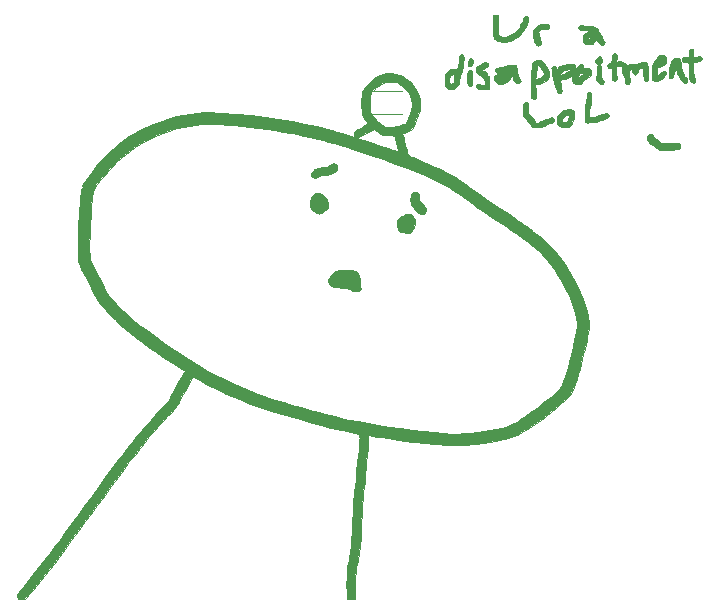
<source format=gbr>
G04 #@! TF.GenerationSoftware,KiCad,Pcbnew,(5.1.4)-1*
G04 #@! TF.CreationDate,2020-02-12T22:39:29-05:00*
G04 #@! TF.ProjectId,uradisappointment,75726164-6973-4617-9070-6f696e746d65,rev?*
G04 #@! TF.SameCoordinates,Original*
G04 #@! TF.FileFunction,Legend,Top*
G04 #@! TF.FilePolarity,Positive*
%FSLAX46Y46*%
G04 Gerber Fmt 4.6, Leading zero omitted, Abs format (unit mm)*
G04 Created by KiCad (PCBNEW (5.1.4)-1) date 2020-02-12 22:39:29*
%MOMM*%
%LPD*%
G04 APERTURE LIST*
%ADD10C,0.120000*%
%ADD11C,0.010000*%
G04 APERTURE END LIST*
D10*
X1083600Y16108800D02*
X3768600Y16108800D01*
X1083600Y18028800D02*
X1083600Y16108800D01*
X3768600Y18028800D02*
X1083600Y18028800D01*
D11*
G36*
X3177340Y19466678D02*
G01*
X3537418Y19380162D01*
X3827459Y19269097D01*
X4029314Y19146389D01*
X4252514Y18964205D01*
X4481443Y18739240D01*
X4700487Y18488191D01*
X4894031Y18227754D01*
X5046458Y17974626D01*
X5056565Y17954882D01*
X5184681Y17622499D01*
X5263306Y17244082D01*
X5289481Y16844332D01*
X5260245Y16447949D01*
X5246787Y16367444D01*
X5208789Y16217262D01*
X5143662Y16014320D01*
X5060352Y15781903D01*
X4967806Y15543294D01*
X4874972Y15321777D01*
X4790795Y15140636D01*
X4738781Y15045370D01*
X4564324Y14831708D01*
X4333802Y14649208D01*
X4089117Y14525447D01*
X3953889Y14477489D01*
X3848550Y14444914D01*
X3803882Y14435667D01*
X3776120Y14405129D01*
X3781493Y14376028D01*
X3798684Y14318385D01*
X3833408Y14192046D01*
X3882108Y14010313D01*
X3941226Y13786487D01*
X4007205Y13533870D01*
X4022108Y13476444D01*
X4088501Y13220634D01*
X4148021Y12991899D01*
X4197280Y12803218D01*
X4232887Y12667571D01*
X4251452Y12597934D01*
X4252952Y12592628D01*
X4295562Y12560006D01*
X4400479Y12506173D01*
X4550628Y12439353D01*
X4683617Y12385281D01*
X5222536Y12168469D01*
X5765304Y11939157D01*
X6299612Y11703129D01*
X6813151Y11466171D01*
X7293614Y11234070D01*
X7728694Y11012611D01*
X8106082Y10807579D01*
X8367192Y10653709D01*
X8525963Y10551116D01*
X8733453Y10410596D01*
X8970824Y10245259D01*
X9219240Y10068215D01*
X9444589Y9903869D01*
X9655887Y9750239D01*
X9922347Y9560353D01*
X10228669Y9344893D01*
X10559553Y9114543D01*
X10899696Y8879985D01*
X11233797Y8651902D01*
X11366500Y8562052D01*
X11874082Y8219101D01*
X12318104Y7918579D01*
X12705342Y7655780D01*
X13042570Y7426000D01*
X13336565Y7224537D01*
X13594102Y7046686D01*
X13821955Y6887743D01*
X14026901Y6743005D01*
X14215715Y6607767D01*
X14395173Y6477326D01*
X14572049Y6346978D01*
X14753119Y6212020D01*
X14773743Y6196572D01*
X15261114Y5822773D01*
X15685641Y5476704D01*
X16059157Y5146196D01*
X16393496Y4819080D01*
X16700489Y4483186D01*
X16991970Y4126347D01*
X17279771Y3736394D01*
X17547234Y3344333D01*
X17916636Y2759592D01*
X18257208Y2167534D01*
X18565992Y1575870D01*
X18840033Y992314D01*
X19076373Y424579D01*
X19272057Y-119622D01*
X19424128Y-632576D01*
X19529630Y-1106570D01*
X19585606Y-1533891D01*
X19589100Y-1906826D01*
X19583796Y-1968864D01*
X19559290Y-2145300D01*
X19515782Y-2391543D01*
X19456021Y-2695572D01*
X19382753Y-3045368D01*
X19298727Y-3428911D01*
X19206690Y-3834181D01*
X19109389Y-4249160D01*
X19009572Y-4661827D01*
X18909986Y-5060163D01*
X18813379Y-5432148D01*
X18722498Y-5765762D01*
X18688780Y-5884334D01*
X18553789Y-6337648D01*
X18429690Y-6718801D01*
X18311085Y-7038714D01*
X18192578Y-7308309D01*
X18068772Y-7538511D01*
X17934272Y-7740240D01*
X17783679Y-7924421D01*
X17611599Y-8101976D01*
X17576675Y-8135254D01*
X17250680Y-8429598D01*
X16864785Y-8755948D01*
X16432399Y-9103952D01*
X15966931Y-9463253D01*
X15481787Y-9823497D01*
X14990377Y-10174330D01*
X14517620Y-10497710D01*
X14196782Y-10709352D01*
X13926667Y-10879242D01*
X13689550Y-11015460D01*
X13467706Y-11126087D01*
X13243410Y-11219203D01*
X12998937Y-11302888D01*
X12716563Y-11385224D01*
X12378561Y-11474291D01*
X12371481Y-11476102D01*
X11216798Y-11728541D01*
X10055898Y-11896753D01*
X8887311Y-11980845D01*
X7709569Y-11980924D01*
X6540500Y-11899116D01*
X5697765Y-11806002D01*
X4802134Y-11697328D01*
X3883099Y-11577037D01*
X2970152Y-11449073D01*
X2092788Y-11317377D01*
X1588966Y-11237108D01*
X1366687Y-11201120D01*
X1174475Y-11170576D01*
X1027601Y-11147859D01*
X941336Y-11135350D01*
X925689Y-11133667D01*
X913341Y-11173130D01*
X902797Y-11280039D01*
X895309Y-11437178D01*
X892321Y-11592330D01*
X886665Y-11824101D01*
X874503Y-12064878D01*
X857953Y-12277521D01*
X848281Y-12364913D01*
X828175Y-12520886D01*
X800359Y-12736399D01*
X767988Y-12987025D01*
X734215Y-13248340D01*
X721432Y-13347203D01*
X689662Y-13627743D01*
X663142Y-13928357D01*
X644245Y-14217068D01*
X635348Y-14461895D01*
X634965Y-14511369D01*
X628872Y-14755153D01*
X612391Y-15000559D01*
X588167Y-15214307D01*
X571293Y-15312200D01*
X524591Y-15563045D01*
X483019Y-15846474D01*
X445892Y-16170575D01*
X412522Y-16543439D01*
X382223Y-16973155D01*
X354309Y-17467813D01*
X328094Y-18035503D01*
X316972Y-18309167D01*
X291901Y-18909704D01*
X266377Y-19434699D01*
X239495Y-19893275D01*
X210353Y-20294557D01*
X178046Y-20647667D01*
X141671Y-20961730D01*
X100323Y-21245868D01*
X53100Y-21509206D01*
X-904Y-21760866D01*
X-41562Y-21928407D01*
X-109068Y-22267458D01*
X-159699Y-22679929D01*
X-192740Y-23156128D01*
X-207477Y-23686366D01*
X-205463Y-24151167D01*
X-190500Y-24997834D01*
X-886538Y-25022384D01*
X-918911Y-24904276D01*
X-927771Y-24830156D01*
X-935506Y-24684457D01*
X-941784Y-24480261D01*
X-946273Y-24230652D01*
X-948640Y-23948712D01*
X-948831Y-23727834D01*
X-946378Y-23342667D01*
X-939667Y-23022350D01*
X-926727Y-22747097D01*
X-905585Y-22497122D01*
X-874267Y-22252639D01*
X-830800Y-21993863D01*
X-773211Y-21701006D01*
X-722982Y-21463000D01*
X-673151Y-21209866D01*
X-629409Y-20939418D01*
X-590909Y-20642193D01*
X-556805Y-20308726D01*
X-526250Y-19929550D01*
X-498396Y-19495202D01*
X-472396Y-18996216D01*
X-447404Y-18423128D01*
X-444528Y-18351354D01*
X-421969Y-17807492D01*
X-400301Y-17339268D01*
X-378838Y-16937669D01*
X-356896Y-16593682D01*
X-333790Y-16298293D01*
X-308833Y-16042489D01*
X-281340Y-15817257D01*
X-250628Y-15613582D01*
X-225686Y-15472834D01*
X-202216Y-15314899D01*
X-178105Y-15094877D01*
X-155392Y-14835303D01*
X-136120Y-14558714D01*
X-126010Y-14372167D01*
X-106235Y-14049435D01*
X-76356Y-13681332D01*
X-39896Y-13306048D01*
X-377Y-12961775D01*
X14553Y-12848167D01*
X74604Y-12381590D01*
X118077Y-11978641D01*
X144667Y-11643618D01*
X154065Y-11380819D01*
X145966Y-11194543D01*
X136595Y-11137110D01*
X103770Y-10992386D01*
X-890032Y-10792185D01*
X-1205739Y-10728445D01*
X-1473901Y-10673648D01*
X-1707581Y-10624629D01*
X-1919847Y-10578223D01*
X-2123763Y-10531267D01*
X-2332395Y-10480596D01*
X-2558809Y-10423046D01*
X-2816071Y-10355452D01*
X-3117245Y-10274650D01*
X-3475399Y-10177476D01*
X-3852334Y-10074747D01*
X-4886181Y-9787698D01*
X-5844411Y-9510712D01*
X-6735089Y-9240971D01*
X-7566278Y-8975655D01*
X-8346042Y-8711945D01*
X-9082446Y-8447021D01*
X-9783553Y-8178066D01*
X-10457428Y-7902259D01*
X-11112134Y-7616781D01*
X-11755735Y-7318814D01*
X-11811000Y-7292432D01*
X-12076279Y-7162160D01*
X-12374042Y-7010376D01*
X-12686496Y-6846647D01*
X-12995845Y-6680541D01*
X-13284294Y-6521624D01*
X-13534050Y-6379464D01*
X-13727316Y-6263630D01*
X-13743960Y-6253161D01*
X-13903239Y-6152356D01*
X-14248410Y-6708919D01*
X-14474782Y-7076972D01*
X-14660259Y-7385916D01*
X-14811100Y-7646962D01*
X-14933568Y-7871318D01*
X-15033924Y-8070195D01*
X-15118429Y-8254801D01*
X-15139897Y-8304974D01*
X-15204372Y-8448777D01*
X-15271357Y-8571965D01*
X-15353383Y-8691610D01*
X-15462981Y-8824787D01*
X-15612679Y-8988567D01*
X-15738637Y-9120786D01*
X-16118371Y-9521001D01*
X-16494013Y-9927625D01*
X-16869327Y-10345402D01*
X-17248079Y-10779075D01*
X-17634034Y-11233389D01*
X-18030957Y-11713085D01*
X-18442615Y-12222909D01*
X-18872771Y-12767604D01*
X-19325191Y-13351912D01*
X-19803640Y-13980579D01*
X-20311884Y-14658346D01*
X-20853687Y-15389958D01*
X-21432816Y-16180159D01*
X-22053035Y-17033691D01*
X-22393543Y-17504834D01*
X-23052747Y-18416034D01*
X-23666807Y-19259758D01*
X-24237835Y-20038784D01*
X-24767938Y-20755891D01*
X-25259227Y-21413856D01*
X-25713809Y-22015459D01*
X-26133794Y-22563478D01*
X-26521292Y-23060691D01*
X-26878410Y-23509876D01*
X-27207259Y-23913813D01*
X-27509948Y-24275279D01*
X-27703812Y-24500417D01*
X-28156020Y-25019000D01*
X-28426610Y-25019000D01*
X-28581065Y-25014740D01*
X-28675505Y-24997407D01*
X-28734350Y-24960174D01*
X-28763100Y-24924914D01*
X-28808139Y-24818073D01*
X-28828850Y-24685037D01*
X-28829000Y-24674237D01*
X-28823952Y-24614196D01*
X-28804021Y-24550907D01*
X-28762028Y-24473995D01*
X-28690794Y-24373087D01*
X-28583140Y-24237807D01*
X-28431888Y-24057782D01*
X-28279621Y-23880315D01*
X-28014830Y-23569204D01*
X-27738885Y-23236965D01*
X-27448683Y-22879507D01*
X-27141120Y-22492735D01*
X-26813093Y-22072558D01*
X-26461499Y-21614882D01*
X-26083234Y-21115615D01*
X-25675195Y-20570664D01*
X-25234279Y-19975936D01*
X-24757382Y-19327338D01*
X-24241402Y-18620778D01*
X-23683234Y-17852162D01*
X-23156587Y-17123834D01*
X-22518184Y-16242007D01*
X-21923142Y-15425731D01*
X-21367674Y-14670232D01*
X-20847996Y-13970733D01*
X-20360323Y-13322461D01*
X-19900870Y-12720638D01*
X-19465853Y-12160490D01*
X-19051487Y-11637243D01*
X-18653987Y-11146119D01*
X-18269567Y-10682345D01*
X-17894444Y-10241145D01*
X-17524832Y-9817744D01*
X-17156947Y-9407366D01*
X-16787003Y-9005237D01*
X-16411216Y-8606580D01*
X-16379744Y-8573602D01*
X-16157045Y-8328952D01*
X-15999476Y-8129719D01*
X-15908605Y-7977913D01*
X-15900556Y-7958667D01*
X-15807076Y-7746134D01*
X-15669329Y-7474358D01*
X-15492532Y-7152794D01*
X-15281903Y-6790900D01*
X-15042661Y-6398132D01*
X-15014153Y-6352377D01*
X-14610487Y-5705959D01*
X-15591994Y-5063410D01*
X-16366583Y-4551240D01*
X-17072059Y-4073757D01*
X-17714368Y-3626476D01*
X-18299458Y-3204911D01*
X-18833275Y-2804576D01*
X-19321765Y-2420986D01*
X-19770875Y-2049654D01*
X-20186552Y-1686096D01*
X-20574741Y-1325825D01*
X-20675106Y-1229025D01*
X-21070166Y-834955D01*
X-21406620Y-475063D01*
X-21695016Y-134679D01*
X-21945899Y200871D01*
X-22169816Y546260D01*
X-22377312Y916161D01*
X-22578933Y1325245D01*
X-22695293Y1581627D01*
X-22808763Y1823403D01*
X-22946232Y2094857D01*
X-23086196Y2354267D01*
X-23157805Y2478985D01*
X-23305717Y2737279D01*
X-23424628Y2969252D01*
X-23517628Y3189006D01*
X-23587808Y3410644D01*
X-23638256Y3648268D01*
X-23672065Y3915982D01*
X-23692322Y4227888D01*
X-23702119Y4598089D01*
X-23703569Y4823894D01*
X-22723481Y4823894D01*
X-22717065Y4478018D01*
X-22700418Y4185637D01*
X-22673623Y3942396D01*
X-22636758Y3743940D01*
X-22626862Y3704166D01*
X-22574845Y3554530D01*
X-22490824Y3364656D01*
X-22388961Y3165283D01*
X-22334300Y3069166D01*
X-22173468Y2791042D01*
X-22033403Y2531454D01*
X-21900146Y2262784D01*
X-21759739Y1957417D01*
X-21673816Y1762453D01*
X-21497823Y1399494D01*
X-21284210Y1034674D01*
X-21030051Y665414D01*
X-20732416Y289135D01*
X-20388378Y-96740D01*
X-19995009Y-494790D01*
X-19549382Y-907594D01*
X-19048569Y-1337731D01*
X-18489642Y-1787779D01*
X-17869674Y-2260316D01*
X-17185736Y-2757922D01*
X-16434901Y-3283174D01*
X-15614241Y-3838652D01*
X-14720828Y-4426933D01*
X-14438237Y-4610163D01*
X-14020278Y-4879339D01*
X-13660643Y-5108473D01*
X-13347297Y-5304618D01*
X-13068205Y-5474829D01*
X-12811331Y-5626159D01*
X-12564642Y-5765663D01*
X-12316101Y-5900395D01*
X-12053675Y-6037409D01*
X-11765328Y-6183759D01*
X-11684000Y-6224523D01*
X-10662092Y-6709911D01*
X-9585758Y-7170369D01*
X-8446553Y-7609243D01*
X-7236035Y-8029881D01*
X-6658674Y-8216357D01*
X-6263922Y-8338647D01*
X-5819267Y-8472267D01*
X-5337153Y-8613772D01*
X-4830023Y-8759719D01*
X-4310321Y-8906663D01*
X-3790492Y-9051161D01*
X-3282979Y-9189769D01*
X-2800226Y-9319044D01*
X-2354677Y-9435541D01*
X-1958776Y-9535817D01*
X-1624967Y-9616427D01*
X-1481667Y-9649073D01*
X-772047Y-9798640D01*
X10246Y-9949602D01*
X853275Y-10100147D01*
X1745107Y-10248466D01*
X2673808Y-10392747D01*
X3627443Y-10531180D01*
X4594078Y-10661954D01*
X5561778Y-10783258D01*
X6518609Y-10893281D01*
X7175500Y-10962612D01*
X7432527Y-10980328D01*
X7755190Y-10989594D01*
X8124933Y-10990918D01*
X8523200Y-10984812D01*
X8931436Y-10971787D01*
X9331085Y-10952351D01*
X9703591Y-10927016D01*
X10030398Y-10896292D01*
X10160000Y-10880527D01*
X10689434Y-10802537D01*
X11203349Y-10712312D01*
X11689697Y-10612661D01*
X12136429Y-10506393D01*
X12531499Y-10396317D01*
X12862858Y-10285240D01*
X13058087Y-10204911D01*
X13241299Y-10109677D01*
X13480363Y-9967913D01*
X13765415Y-9786470D01*
X14086589Y-9572200D01*
X14434020Y-9331953D01*
X14797843Y-9072582D01*
X15168193Y-8800937D01*
X15535205Y-8523870D01*
X15889012Y-8248233D01*
X15980833Y-8175076D01*
X16372267Y-7853035D01*
X16692762Y-7570354D01*
X16944928Y-7324455D01*
X17131377Y-7112760D01*
X17254718Y-6932691D01*
X17272340Y-6899660D01*
X17380391Y-6655769D01*
X17499367Y-6331603D01*
X17628269Y-5930713D01*
X17766101Y-5456645D01*
X17911867Y-4912950D01*
X18064568Y-4303175D01*
X18223210Y-3630871D01*
X18354256Y-3048000D01*
X18427677Y-2711856D01*
X18483907Y-2445257D01*
X18524890Y-2235273D01*
X18552572Y-2068975D01*
X18568900Y-1933432D01*
X18575818Y-1815714D01*
X18575272Y-1702891D01*
X18570840Y-1608667D01*
X18521854Y-1224005D01*
X18420341Y-787829D01*
X18271528Y-310534D01*
X18080640Y197481D01*
X17852903Y725818D01*
X17593541Y1264081D01*
X17307781Y1801872D01*
X17000848Y2328794D01*
X16677968Y2834448D01*
X16344366Y3308438D01*
X16005268Y3740367D01*
X15720700Y4062332D01*
X15574392Y4214561D01*
X15423356Y4364239D01*
X15262981Y4514796D01*
X15088654Y4669662D01*
X14895764Y4832268D01*
X14679698Y5006043D01*
X14435846Y5194417D01*
X14159594Y5400820D01*
X13846332Y5628683D01*
X13491446Y5881435D01*
X13090326Y6162507D01*
X12638360Y6475328D01*
X12130935Y6823329D01*
X11563440Y7209939D01*
X10931263Y7638589D01*
X10720512Y7781166D01*
X10390723Y8005379D01*
X10056171Y8235032D01*
X9729906Y8461010D01*
X9424980Y8674200D01*
X9154444Y8865489D01*
X8931347Y9025763D01*
X8801726Y9121090D01*
X8459142Y9372562D01*
X8150153Y9587821D01*
X7854832Y9778881D01*
X7553254Y9957754D01*
X7225493Y10136453D01*
X6851624Y10326991D01*
X6582833Y10458812D01*
X5852916Y10798228D01*
X5044961Y11146117D01*
X4158060Y11502815D01*
X3191302Y11868664D01*
X2143778Y12244001D01*
X1014579Y12629165D01*
X-197205Y13024495D01*
X-891972Y13244117D01*
X-1493034Y13430647D01*
X-2026743Y13592768D01*
X-2505732Y13733840D01*
X-2942634Y13857219D01*
X-3350081Y13966264D01*
X-3740705Y14064331D01*
X-4127138Y14154780D01*
X-4522014Y14240966D01*
X-4937964Y14326249D01*
X-5037667Y14346035D01*
X-5671287Y14465156D01*
X-6334581Y14578815D01*
X-7018677Y14686100D01*
X-7714704Y14786100D01*
X-8413790Y14877903D01*
X-9107065Y14960597D01*
X-9785658Y15033271D01*
X-10440696Y15095014D01*
X-11063310Y15144913D01*
X-11644626Y15182059D01*
X-12175775Y15205538D01*
X-12647885Y15214441D01*
X-13052084Y15207854D01*
X-13287907Y15193705D01*
X-14300731Y15067694D01*
X-15282417Y14863440D01*
X-16230574Y14582339D01*
X-17142811Y14225785D01*
X-18016736Y13795174D01*
X-18849957Y13291900D01*
X-19640084Y12717359D01*
X-20384724Y12072945D01*
X-21081488Y11360053D01*
X-21727982Y10580079D01*
X-22115589Y10044386D01*
X-22441606Y9568939D01*
X-22542661Y8266386D01*
X-22599309Y7508099D01*
X-22645246Y6829433D01*
X-22680551Y6226034D01*
X-22705305Y5693547D01*
X-22719588Y5227619D01*
X-22723481Y4823894D01*
X-23703569Y4823894D01*
X-23704535Y4974166D01*
X-23702795Y5303115D01*
X-23697460Y5649941D01*
X-23689152Y5989955D01*
X-23678492Y6298464D01*
X-23666100Y6550778D01*
X-23664092Y6582833D01*
X-23641085Y6929781D01*
X-23616068Y7294565D01*
X-23589822Y7666910D01*
X-23563124Y8036540D01*
X-23536753Y8393179D01*
X-23511486Y8726553D01*
X-23488103Y9026386D01*
X-23467381Y9282402D01*
X-23450100Y9484326D01*
X-23437036Y9621881D01*
X-23429206Y9683750D01*
X-23398424Y9749036D01*
X-23375711Y9757833D01*
X-23071667Y9757833D01*
X-23050500Y9736666D01*
X-23029334Y9757833D01*
X-23050500Y9779000D01*
X-23071667Y9757833D01*
X-23375711Y9757833D01*
X-23326739Y9776800D01*
X-23250777Y9781489D01*
X-23153804Y9786367D01*
X-23130517Y9801474D01*
X-23169990Y9834020D01*
X-23170584Y9834406D01*
X-23251310Y9886943D01*
X-23302886Y9931106D01*
X-23322581Y9980378D01*
X-23307662Y10048243D01*
X-23255399Y10148185D01*
X-23163058Y10293689D01*
X-23039715Y10480360D01*
X-22533108Y11189269D01*
X-21966913Y11877012D01*
X-21353371Y12531531D01*
X-20704723Y13140767D01*
X-20033211Y13692660D01*
X-19351075Y14175152D01*
X-19177000Y14285571D01*
X-18265367Y14801138D01*
X-17323063Y15237813D01*
X-16349333Y15595909D01*
X-15350605Y15874046D01*
X-14739963Y16006166D01*
X-14162351Y16104072D01*
X-13596613Y16169389D01*
X-13021595Y16203745D01*
X-12416142Y16208765D01*
X-11759099Y16186075D01*
X-11492778Y16170608D01*
X-10277284Y16079424D01*
X-9066279Y15961543D01*
X-7871589Y15818740D01*
X-6705039Y15652791D01*
X-5578456Y15465469D01*
X-4503664Y15258552D01*
X-3492490Y15033812D01*
X-2857500Y14874420D01*
X-2563072Y14793594D01*
X-2200378Y14688930D01*
X-1781196Y14564181D01*
X-1317303Y14423103D01*
X-820477Y14269449D01*
X-302496Y14106975D01*
X224862Y13939435D01*
X749819Y13770583D01*
X1260598Y13604175D01*
X1745420Y13443964D01*
X2192508Y13293706D01*
X2590084Y13157155D01*
X2926370Y13038065D01*
X3081409Y12981191D01*
X3262834Y12915606D01*
X3377866Y12880263D01*
X3438228Y12872754D01*
X3455646Y12890670D01*
X3453086Y12904841D01*
X3434795Y12970030D01*
X3399622Y13099932D01*
X3352175Y13277369D01*
X3297067Y13485163D01*
X3280833Y13546666D01*
X3224426Y13759814D01*
X3174413Y13947350D01*
X3135394Y14092126D01*
X3111973Y14176991D01*
X3108823Y14187726D01*
X3086008Y14219228D01*
X3030774Y14241447D01*
X2928943Y14256857D01*
X2766332Y14267931D01*
X2612666Y14274288D01*
X2356818Y14288895D01*
X2157457Y14318023D01*
X1986553Y14371150D01*
X1816077Y14457754D01*
X1617997Y14587315D01*
X1554333Y14632181D01*
X1351833Y14776228D01*
X680481Y14434661D01*
X410166Y14299661D01*
X202716Y14203915D01*
X47200Y14145180D01*
X-67315Y14121210D01*
X-151761Y14129762D01*
X-217072Y14168590D01*
X-274180Y14235449D01*
X-276155Y14238256D01*
X-335953Y14356281D01*
X-338165Y14466553D01*
X-277757Y14575638D01*
X-149697Y14690099D01*
X51048Y14816500D01*
X246735Y14920263D01*
X476219Y15035748D01*
X638609Y15121419D01*
X741158Y15187967D01*
X791121Y15246085D01*
X795752Y15306464D01*
X762304Y15379795D01*
X698033Y15476769D01*
X661048Y15530879D01*
X544038Y15711489D01*
X456818Y15870724D01*
X395102Y16026354D01*
X354600Y16196149D01*
X331025Y16397879D01*
X320089Y16649313D01*
X317500Y16954500D01*
X319332Y17217691D01*
X998855Y17217691D01*
X999798Y16988469D01*
X1000010Y16964261D01*
X1002972Y16728591D01*
X1009100Y16557874D01*
X1021570Y16432398D01*
X1043559Y16332451D01*
X1078244Y16238319D01*
X1128803Y16130290D01*
X1137177Y16113245D01*
X1255979Y15922188D01*
X1428441Y15708923D01*
X1634689Y15493211D01*
X1854850Y15294813D01*
X2069051Y15133490D01*
X2201650Y15054802D01*
X2323065Y14996710D01*
X2423375Y14963626D01*
X2531920Y14950916D01*
X2678036Y14953947D01*
X2794000Y14961261D01*
X3017942Y14984849D01*
X3262704Y15023127D01*
X3476238Y15067924D01*
X3480971Y15069119D01*
X3699317Y15127402D01*
X3863416Y15184227D01*
X3987230Y15253086D01*
X4084717Y15347469D01*
X4169838Y15480866D01*
X4256553Y15666767D01*
X4358032Y15916672D01*
X4499689Y16331996D01*
X4575834Y16703642D01*
X4586852Y17041091D01*
X4533130Y17353823D01*
X4427633Y17626287D01*
X4321912Y17805112D01*
X4176437Y18003095D01*
X4006965Y18203129D01*
X3829253Y18388108D01*
X3659057Y18540925D01*
X3512133Y18644473D01*
X3470684Y18665243D01*
X3225296Y18745574D01*
X2945470Y18797501D01*
X2666850Y18816554D01*
X2425077Y18798266D01*
X2418826Y18797105D01*
X2145557Y18710423D01*
X1863317Y18560334D01*
X1592719Y18362758D01*
X1354376Y18133618D01*
X1168901Y17888833D01*
X1113567Y17788957D01*
X1065924Y17687603D01*
X1033264Y17598924D01*
X1012955Y17503795D01*
X1002363Y17383092D01*
X998855Y17217691D01*
X319332Y17217691D01*
X319560Y17250395D01*
X326562Y17477638D01*
X339736Y17652159D01*
X360311Y17789891D01*
X389517Y17906767D01*
X391523Y17913309D01*
X512280Y18184250D01*
X701359Y18460147D01*
X944305Y18728181D01*
X1226658Y18975533D01*
X1533964Y19189384D01*
X1851763Y19356915D01*
X2132261Y19456818D01*
X2448531Y19507911D01*
X2805634Y19510229D01*
X3177340Y19466678D01*
X3177340Y19466678D01*
G37*
X3177340Y19466678D02*
X3537418Y19380162D01*
X3827459Y19269097D01*
X4029314Y19146389D01*
X4252514Y18964205D01*
X4481443Y18739240D01*
X4700487Y18488191D01*
X4894031Y18227754D01*
X5046458Y17974626D01*
X5056565Y17954882D01*
X5184681Y17622499D01*
X5263306Y17244082D01*
X5289481Y16844332D01*
X5260245Y16447949D01*
X5246787Y16367444D01*
X5208789Y16217262D01*
X5143662Y16014320D01*
X5060352Y15781903D01*
X4967806Y15543294D01*
X4874972Y15321777D01*
X4790795Y15140636D01*
X4738781Y15045370D01*
X4564324Y14831708D01*
X4333802Y14649208D01*
X4089117Y14525447D01*
X3953889Y14477489D01*
X3848550Y14444914D01*
X3803882Y14435667D01*
X3776120Y14405129D01*
X3781493Y14376028D01*
X3798684Y14318385D01*
X3833408Y14192046D01*
X3882108Y14010313D01*
X3941226Y13786487D01*
X4007205Y13533870D01*
X4022108Y13476444D01*
X4088501Y13220634D01*
X4148021Y12991899D01*
X4197280Y12803218D01*
X4232887Y12667571D01*
X4251452Y12597934D01*
X4252952Y12592628D01*
X4295562Y12560006D01*
X4400479Y12506173D01*
X4550628Y12439353D01*
X4683617Y12385281D01*
X5222536Y12168469D01*
X5765304Y11939157D01*
X6299612Y11703129D01*
X6813151Y11466171D01*
X7293614Y11234070D01*
X7728694Y11012611D01*
X8106082Y10807579D01*
X8367192Y10653709D01*
X8525963Y10551116D01*
X8733453Y10410596D01*
X8970824Y10245259D01*
X9219240Y10068215D01*
X9444589Y9903869D01*
X9655887Y9750239D01*
X9922347Y9560353D01*
X10228669Y9344893D01*
X10559553Y9114543D01*
X10899696Y8879985D01*
X11233797Y8651902D01*
X11366500Y8562052D01*
X11874082Y8219101D01*
X12318104Y7918579D01*
X12705342Y7655780D01*
X13042570Y7426000D01*
X13336565Y7224537D01*
X13594102Y7046686D01*
X13821955Y6887743D01*
X14026901Y6743005D01*
X14215715Y6607767D01*
X14395173Y6477326D01*
X14572049Y6346978D01*
X14753119Y6212020D01*
X14773743Y6196572D01*
X15261114Y5822773D01*
X15685641Y5476704D01*
X16059157Y5146196D01*
X16393496Y4819080D01*
X16700489Y4483186D01*
X16991970Y4126347D01*
X17279771Y3736394D01*
X17547234Y3344333D01*
X17916636Y2759592D01*
X18257208Y2167534D01*
X18565992Y1575870D01*
X18840033Y992314D01*
X19076373Y424579D01*
X19272057Y-119622D01*
X19424128Y-632576D01*
X19529630Y-1106570D01*
X19585606Y-1533891D01*
X19589100Y-1906826D01*
X19583796Y-1968864D01*
X19559290Y-2145300D01*
X19515782Y-2391543D01*
X19456021Y-2695572D01*
X19382753Y-3045368D01*
X19298727Y-3428911D01*
X19206690Y-3834181D01*
X19109389Y-4249160D01*
X19009572Y-4661827D01*
X18909986Y-5060163D01*
X18813379Y-5432148D01*
X18722498Y-5765762D01*
X18688780Y-5884334D01*
X18553789Y-6337648D01*
X18429690Y-6718801D01*
X18311085Y-7038714D01*
X18192578Y-7308309D01*
X18068772Y-7538511D01*
X17934272Y-7740240D01*
X17783679Y-7924421D01*
X17611599Y-8101976D01*
X17576675Y-8135254D01*
X17250680Y-8429598D01*
X16864785Y-8755948D01*
X16432399Y-9103952D01*
X15966931Y-9463253D01*
X15481787Y-9823497D01*
X14990377Y-10174330D01*
X14517620Y-10497710D01*
X14196782Y-10709352D01*
X13926667Y-10879242D01*
X13689550Y-11015460D01*
X13467706Y-11126087D01*
X13243410Y-11219203D01*
X12998937Y-11302888D01*
X12716563Y-11385224D01*
X12378561Y-11474291D01*
X12371481Y-11476102D01*
X11216798Y-11728541D01*
X10055898Y-11896753D01*
X8887311Y-11980845D01*
X7709569Y-11980924D01*
X6540500Y-11899116D01*
X5697765Y-11806002D01*
X4802134Y-11697328D01*
X3883099Y-11577037D01*
X2970152Y-11449073D01*
X2092788Y-11317377D01*
X1588966Y-11237108D01*
X1366687Y-11201120D01*
X1174475Y-11170576D01*
X1027601Y-11147859D01*
X941336Y-11135350D01*
X925689Y-11133667D01*
X913341Y-11173130D01*
X902797Y-11280039D01*
X895309Y-11437178D01*
X892321Y-11592330D01*
X886665Y-11824101D01*
X874503Y-12064878D01*
X857953Y-12277521D01*
X848281Y-12364913D01*
X828175Y-12520886D01*
X800359Y-12736399D01*
X767988Y-12987025D01*
X734215Y-13248340D01*
X721432Y-13347203D01*
X689662Y-13627743D01*
X663142Y-13928357D01*
X644245Y-14217068D01*
X635348Y-14461895D01*
X634965Y-14511369D01*
X628872Y-14755153D01*
X612391Y-15000559D01*
X588167Y-15214307D01*
X571293Y-15312200D01*
X524591Y-15563045D01*
X483019Y-15846474D01*
X445892Y-16170575D01*
X412522Y-16543439D01*
X382223Y-16973155D01*
X354309Y-17467813D01*
X328094Y-18035503D01*
X316972Y-18309167D01*
X291901Y-18909704D01*
X266377Y-19434699D01*
X239495Y-19893275D01*
X210353Y-20294557D01*
X178046Y-20647667D01*
X141671Y-20961730D01*
X100323Y-21245868D01*
X53100Y-21509206D01*
X-904Y-21760866D01*
X-41562Y-21928407D01*
X-109068Y-22267458D01*
X-159699Y-22679929D01*
X-192740Y-23156128D01*
X-207477Y-23686366D01*
X-205463Y-24151167D01*
X-190500Y-24997834D01*
X-886538Y-25022384D01*
X-918911Y-24904276D01*
X-927771Y-24830156D01*
X-935506Y-24684457D01*
X-941784Y-24480261D01*
X-946273Y-24230652D01*
X-948640Y-23948712D01*
X-948831Y-23727834D01*
X-946378Y-23342667D01*
X-939667Y-23022350D01*
X-926727Y-22747097D01*
X-905585Y-22497122D01*
X-874267Y-22252639D01*
X-830800Y-21993863D01*
X-773211Y-21701006D01*
X-722982Y-21463000D01*
X-673151Y-21209866D01*
X-629409Y-20939418D01*
X-590909Y-20642193D01*
X-556805Y-20308726D01*
X-526250Y-19929550D01*
X-498396Y-19495202D01*
X-472396Y-18996216D01*
X-447404Y-18423128D01*
X-444528Y-18351354D01*
X-421969Y-17807492D01*
X-400301Y-17339268D01*
X-378838Y-16937669D01*
X-356896Y-16593682D01*
X-333790Y-16298293D01*
X-308833Y-16042489D01*
X-281340Y-15817257D01*
X-250628Y-15613582D01*
X-225686Y-15472834D01*
X-202216Y-15314899D01*
X-178105Y-15094877D01*
X-155392Y-14835303D01*
X-136120Y-14558714D01*
X-126010Y-14372167D01*
X-106235Y-14049435D01*
X-76356Y-13681332D01*
X-39896Y-13306048D01*
X-377Y-12961775D01*
X14553Y-12848167D01*
X74604Y-12381590D01*
X118077Y-11978641D01*
X144667Y-11643618D01*
X154065Y-11380819D01*
X145966Y-11194543D01*
X136595Y-11137110D01*
X103770Y-10992386D01*
X-890032Y-10792185D01*
X-1205739Y-10728445D01*
X-1473901Y-10673648D01*
X-1707581Y-10624629D01*
X-1919847Y-10578223D01*
X-2123763Y-10531267D01*
X-2332395Y-10480596D01*
X-2558809Y-10423046D01*
X-2816071Y-10355452D01*
X-3117245Y-10274650D01*
X-3475399Y-10177476D01*
X-3852334Y-10074747D01*
X-4886181Y-9787698D01*
X-5844411Y-9510712D01*
X-6735089Y-9240971D01*
X-7566278Y-8975655D01*
X-8346042Y-8711945D01*
X-9082446Y-8447021D01*
X-9783553Y-8178066D01*
X-10457428Y-7902259D01*
X-11112134Y-7616781D01*
X-11755735Y-7318814D01*
X-11811000Y-7292432D01*
X-12076279Y-7162160D01*
X-12374042Y-7010376D01*
X-12686496Y-6846647D01*
X-12995845Y-6680541D01*
X-13284294Y-6521624D01*
X-13534050Y-6379464D01*
X-13727316Y-6263630D01*
X-13743960Y-6253161D01*
X-13903239Y-6152356D01*
X-14248410Y-6708919D01*
X-14474782Y-7076972D01*
X-14660259Y-7385916D01*
X-14811100Y-7646962D01*
X-14933568Y-7871318D01*
X-15033924Y-8070195D01*
X-15118429Y-8254801D01*
X-15139897Y-8304974D01*
X-15204372Y-8448777D01*
X-15271357Y-8571965D01*
X-15353383Y-8691610D01*
X-15462981Y-8824787D01*
X-15612679Y-8988567D01*
X-15738637Y-9120786D01*
X-16118371Y-9521001D01*
X-16494013Y-9927625D01*
X-16869327Y-10345402D01*
X-17248079Y-10779075D01*
X-17634034Y-11233389D01*
X-18030957Y-11713085D01*
X-18442615Y-12222909D01*
X-18872771Y-12767604D01*
X-19325191Y-13351912D01*
X-19803640Y-13980579D01*
X-20311884Y-14658346D01*
X-20853687Y-15389958D01*
X-21432816Y-16180159D01*
X-22053035Y-17033691D01*
X-22393543Y-17504834D01*
X-23052747Y-18416034D01*
X-23666807Y-19259758D01*
X-24237835Y-20038784D01*
X-24767938Y-20755891D01*
X-25259227Y-21413856D01*
X-25713809Y-22015459D01*
X-26133794Y-22563478D01*
X-26521292Y-23060691D01*
X-26878410Y-23509876D01*
X-27207259Y-23913813D01*
X-27509948Y-24275279D01*
X-27703812Y-24500417D01*
X-28156020Y-25019000D01*
X-28426610Y-25019000D01*
X-28581065Y-25014740D01*
X-28675505Y-24997407D01*
X-28734350Y-24960174D01*
X-28763100Y-24924914D01*
X-28808139Y-24818073D01*
X-28828850Y-24685037D01*
X-28829000Y-24674237D01*
X-28823952Y-24614196D01*
X-28804021Y-24550907D01*
X-28762028Y-24473995D01*
X-28690794Y-24373087D01*
X-28583140Y-24237807D01*
X-28431888Y-24057782D01*
X-28279621Y-23880315D01*
X-28014830Y-23569204D01*
X-27738885Y-23236965D01*
X-27448683Y-22879507D01*
X-27141120Y-22492735D01*
X-26813093Y-22072558D01*
X-26461499Y-21614882D01*
X-26083234Y-21115615D01*
X-25675195Y-20570664D01*
X-25234279Y-19975936D01*
X-24757382Y-19327338D01*
X-24241402Y-18620778D01*
X-23683234Y-17852162D01*
X-23156587Y-17123834D01*
X-22518184Y-16242007D01*
X-21923142Y-15425731D01*
X-21367674Y-14670232D01*
X-20847996Y-13970733D01*
X-20360323Y-13322461D01*
X-19900870Y-12720638D01*
X-19465853Y-12160490D01*
X-19051487Y-11637243D01*
X-18653987Y-11146119D01*
X-18269567Y-10682345D01*
X-17894444Y-10241145D01*
X-17524832Y-9817744D01*
X-17156947Y-9407366D01*
X-16787003Y-9005237D01*
X-16411216Y-8606580D01*
X-16379744Y-8573602D01*
X-16157045Y-8328952D01*
X-15999476Y-8129719D01*
X-15908605Y-7977913D01*
X-15900556Y-7958667D01*
X-15807076Y-7746134D01*
X-15669329Y-7474358D01*
X-15492532Y-7152794D01*
X-15281903Y-6790900D01*
X-15042661Y-6398132D01*
X-15014153Y-6352377D01*
X-14610487Y-5705959D01*
X-15591994Y-5063410D01*
X-16366583Y-4551240D01*
X-17072059Y-4073757D01*
X-17714368Y-3626476D01*
X-18299458Y-3204911D01*
X-18833275Y-2804576D01*
X-19321765Y-2420986D01*
X-19770875Y-2049654D01*
X-20186552Y-1686096D01*
X-20574741Y-1325825D01*
X-20675106Y-1229025D01*
X-21070166Y-834955D01*
X-21406620Y-475063D01*
X-21695016Y-134679D01*
X-21945899Y200871D01*
X-22169816Y546260D01*
X-22377312Y916161D01*
X-22578933Y1325245D01*
X-22695293Y1581627D01*
X-22808763Y1823403D01*
X-22946232Y2094857D01*
X-23086196Y2354267D01*
X-23157805Y2478985D01*
X-23305717Y2737279D01*
X-23424628Y2969252D01*
X-23517628Y3189006D01*
X-23587808Y3410644D01*
X-23638256Y3648268D01*
X-23672065Y3915982D01*
X-23692322Y4227888D01*
X-23702119Y4598089D01*
X-23703569Y4823894D01*
X-22723481Y4823894D01*
X-22717065Y4478018D01*
X-22700418Y4185637D01*
X-22673623Y3942396D01*
X-22636758Y3743940D01*
X-22626862Y3704166D01*
X-22574845Y3554530D01*
X-22490824Y3364656D01*
X-22388961Y3165283D01*
X-22334300Y3069166D01*
X-22173468Y2791042D01*
X-22033403Y2531454D01*
X-21900146Y2262784D01*
X-21759739Y1957417D01*
X-21673816Y1762453D01*
X-21497823Y1399494D01*
X-21284210Y1034674D01*
X-21030051Y665414D01*
X-20732416Y289135D01*
X-20388378Y-96740D01*
X-19995009Y-494790D01*
X-19549382Y-907594D01*
X-19048569Y-1337731D01*
X-18489642Y-1787779D01*
X-17869674Y-2260316D01*
X-17185736Y-2757922D01*
X-16434901Y-3283174D01*
X-15614241Y-3838652D01*
X-14720828Y-4426933D01*
X-14438237Y-4610163D01*
X-14020278Y-4879339D01*
X-13660643Y-5108473D01*
X-13347297Y-5304618D01*
X-13068205Y-5474829D01*
X-12811331Y-5626159D01*
X-12564642Y-5765663D01*
X-12316101Y-5900395D01*
X-12053675Y-6037409D01*
X-11765328Y-6183759D01*
X-11684000Y-6224523D01*
X-10662092Y-6709911D01*
X-9585758Y-7170369D01*
X-8446553Y-7609243D01*
X-7236035Y-8029881D01*
X-6658674Y-8216357D01*
X-6263922Y-8338647D01*
X-5819267Y-8472267D01*
X-5337153Y-8613772D01*
X-4830023Y-8759719D01*
X-4310321Y-8906663D01*
X-3790492Y-9051161D01*
X-3282979Y-9189769D01*
X-2800226Y-9319044D01*
X-2354677Y-9435541D01*
X-1958776Y-9535817D01*
X-1624967Y-9616427D01*
X-1481667Y-9649073D01*
X-772047Y-9798640D01*
X10246Y-9949602D01*
X853275Y-10100147D01*
X1745107Y-10248466D01*
X2673808Y-10392747D01*
X3627443Y-10531180D01*
X4594078Y-10661954D01*
X5561778Y-10783258D01*
X6518609Y-10893281D01*
X7175500Y-10962612D01*
X7432527Y-10980328D01*
X7755190Y-10989594D01*
X8124933Y-10990918D01*
X8523200Y-10984812D01*
X8931436Y-10971787D01*
X9331085Y-10952351D01*
X9703591Y-10927016D01*
X10030398Y-10896292D01*
X10160000Y-10880527D01*
X10689434Y-10802537D01*
X11203349Y-10712312D01*
X11689697Y-10612661D01*
X12136429Y-10506393D01*
X12531499Y-10396317D01*
X12862858Y-10285240D01*
X13058087Y-10204911D01*
X13241299Y-10109677D01*
X13480363Y-9967913D01*
X13765415Y-9786470D01*
X14086589Y-9572200D01*
X14434020Y-9331953D01*
X14797843Y-9072582D01*
X15168193Y-8800937D01*
X15535205Y-8523870D01*
X15889012Y-8248233D01*
X15980833Y-8175076D01*
X16372267Y-7853035D01*
X16692762Y-7570354D01*
X16944928Y-7324455D01*
X17131377Y-7112760D01*
X17254718Y-6932691D01*
X17272340Y-6899660D01*
X17380391Y-6655769D01*
X17499367Y-6331603D01*
X17628269Y-5930713D01*
X17766101Y-5456645D01*
X17911867Y-4912950D01*
X18064568Y-4303175D01*
X18223210Y-3630871D01*
X18354256Y-3048000D01*
X18427677Y-2711856D01*
X18483907Y-2445257D01*
X18524890Y-2235273D01*
X18552572Y-2068975D01*
X18568900Y-1933432D01*
X18575818Y-1815714D01*
X18575272Y-1702891D01*
X18570840Y-1608667D01*
X18521854Y-1224005D01*
X18420341Y-787829D01*
X18271528Y-310534D01*
X18080640Y197481D01*
X17852903Y725818D01*
X17593541Y1264081D01*
X17307781Y1801872D01*
X17000848Y2328794D01*
X16677968Y2834448D01*
X16344366Y3308438D01*
X16005268Y3740367D01*
X15720700Y4062332D01*
X15574392Y4214561D01*
X15423356Y4364239D01*
X15262981Y4514796D01*
X15088654Y4669662D01*
X14895764Y4832268D01*
X14679698Y5006043D01*
X14435846Y5194417D01*
X14159594Y5400820D01*
X13846332Y5628683D01*
X13491446Y5881435D01*
X13090326Y6162507D01*
X12638360Y6475328D01*
X12130935Y6823329D01*
X11563440Y7209939D01*
X10931263Y7638589D01*
X10720512Y7781166D01*
X10390723Y8005379D01*
X10056171Y8235032D01*
X9729906Y8461010D01*
X9424980Y8674200D01*
X9154444Y8865489D01*
X8931347Y9025763D01*
X8801726Y9121090D01*
X8459142Y9372562D01*
X8150153Y9587821D01*
X7854832Y9778881D01*
X7553254Y9957754D01*
X7225493Y10136453D01*
X6851624Y10326991D01*
X6582833Y10458812D01*
X5852916Y10798228D01*
X5044961Y11146117D01*
X4158060Y11502815D01*
X3191302Y11868664D01*
X2143778Y12244001D01*
X1014579Y12629165D01*
X-197205Y13024495D01*
X-891972Y13244117D01*
X-1493034Y13430647D01*
X-2026743Y13592768D01*
X-2505732Y13733840D01*
X-2942634Y13857219D01*
X-3350081Y13966264D01*
X-3740705Y14064331D01*
X-4127138Y14154780D01*
X-4522014Y14240966D01*
X-4937964Y14326249D01*
X-5037667Y14346035D01*
X-5671287Y14465156D01*
X-6334581Y14578815D01*
X-7018677Y14686100D01*
X-7714704Y14786100D01*
X-8413790Y14877903D01*
X-9107065Y14960597D01*
X-9785658Y15033271D01*
X-10440696Y15095014D01*
X-11063310Y15144913D01*
X-11644626Y15182059D01*
X-12175775Y15205538D01*
X-12647885Y15214441D01*
X-13052084Y15207854D01*
X-13287907Y15193705D01*
X-14300731Y15067694D01*
X-15282417Y14863440D01*
X-16230574Y14582339D01*
X-17142811Y14225785D01*
X-18016736Y13795174D01*
X-18849957Y13291900D01*
X-19640084Y12717359D01*
X-20384724Y12072945D01*
X-21081488Y11360053D01*
X-21727982Y10580079D01*
X-22115589Y10044386D01*
X-22441606Y9568939D01*
X-22542661Y8266386D01*
X-22599309Y7508099D01*
X-22645246Y6829433D01*
X-22680551Y6226034D01*
X-22705305Y5693547D01*
X-22719588Y5227619D01*
X-22723481Y4823894D01*
X-23703569Y4823894D01*
X-23704535Y4974166D01*
X-23702795Y5303115D01*
X-23697460Y5649941D01*
X-23689152Y5989955D01*
X-23678492Y6298464D01*
X-23666100Y6550778D01*
X-23664092Y6582833D01*
X-23641085Y6929781D01*
X-23616068Y7294565D01*
X-23589822Y7666910D01*
X-23563124Y8036540D01*
X-23536753Y8393179D01*
X-23511486Y8726553D01*
X-23488103Y9026386D01*
X-23467381Y9282402D01*
X-23450100Y9484326D01*
X-23437036Y9621881D01*
X-23429206Y9683750D01*
X-23398424Y9749036D01*
X-23375711Y9757833D01*
X-23071667Y9757833D01*
X-23050500Y9736666D01*
X-23029334Y9757833D01*
X-23050500Y9779000D01*
X-23071667Y9757833D01*
X-23375711Y9757833D01*
X-23326739Y9776800D01*
X-23250777Y9781489D01*
X-23153804Y9786367D01*
X-23130517Y9801474D01*
X-23169990Y9834020D01*
X-23170584Y9834406D01*
X-23251310Y9886943D01*
X-23302886Y9931106D01*
X-23322581Y9980378D01*
X-23307662Y10048243D01*
X-23255399Y10148185D01*
X-23163058Y10293689D01*
X-23039715Y10480360D01*
X-22533108Y11189269D01*
X-21966913Y11877012D01*
X-21353371Y12531531D01*
X-20704723Y13140767D01*
X-20033211Y13692660D01*
X-19351075Y14175152D01*
X-19177000Y14285571D01*
X-18265367Y14801138D01*
X-17323063Y15237813D01*
X-16349333Y15595909D01*
X-15350605Y15874046D01*
X-14739963Y16006166D01*
X-14162351Y16104072D01*
X-13596613Y16169389D01*
X-13021595Y16203745D01*
X-12416142Y16208765D01*
X-11759099Y16186075D01*
X-11492778Y16170608D01*
X-10277284Y16079424D01*
X-9066279Y15961543D01*
X-7871589Y15818740D01*
X-6705039Y15652791D01*
X-5578456Y15465469D01*
X-4503664Y15258552D01*
X-3492490Y15033812D01*
X-2857500Y14874420D01*
X-2563072Y14793594D01*
X-2200378Y14688930D01*
X-1781196Y14564181D01*
X-1317303Y14423103D01*
X-820477Y14269449D01*
X-302496Y14106975D01*
X224862Y13939435D01*
X749819Y13770583D01*
X1260598Y13604175D01*
X1745420Y13443964D01*
X2192508Y13293706D01*
X2590084Y13157155D01*
X2926370Y13038065D01*
X3081409Y12981191D01*
X3262834Y12915606D01*
X3377866Y12880263D01*
X3438228Y12872754D01*
X3455646Y12890670D01*
X3453086Y12904841D01*
X3434795Y12970030D01*
X3399622Y13099932D01*
X3352175Y13277369D01*
X3297067Y13485163D01*
X3280833Y13546666D01*
X3224426Y13759814D01*
X3174413Y13947350D01*
X3135394Y14092126D01*
X3111973Y14176991D01*
X3108823Y14187726D01*
X3086008Y14219228D01*
X3030774Y14241447D01*
X2928943Y14256857D01*
X2766332Y14267931D01*
X2612666Y14274288D01*
X2356818Y14288895D01*
X2157457Y14318023D01*
X1986553Y14371150D01*
X1816077Y14457754D01*
X1617997Y14587315D01*
X1554333Y14632181D01*
X1351833Y14776228D01*
X680481Y14434661D01*
X410166Y14299661D01*
X202716Y14203915D01*
X47200Y14145180D01*
X-67315Y14121210D01*
X-151761Y14129762D01*
X-217072Y14168590D01*
X-274180Y14235449D01*
X-276155Y14238256D01*
X-335953Y14356281D01*
X-338165Y14466553D01*
X-277757Y14575638D01*
X-149697Y14690099D01*
X51048Y14816500D01*
X246735Y14920263D01*
X476219Y15035748D01*
X638609Y15121419D01*
X741158Y15187967D01*
X791121Y15246085D01*
X795752Y15306464D01*
X762304Y15379795D01*
X698033Y15476769D01*
X661048Y15530879D01*
X544038Y15711489D01*
X456818Y15870724D01*
X395102Y16026354D01*
X354600Y16196149D01*
X331025Y16397879D01*
X320089Y16649313D01*
X317500Y16954500D01*
X319332Y17217691D01*
X998855Y17217691D01*
X999798Y16988469D01*
X1000010Y16964261D01*
X1002972Y16728591D01*
X1009100Y16557874D01*
X1021570Y16432398D01*
X1043559Y16332451D01*
X1078244Y16238319D01*
X1128803Y16130290D01*
X1137177Y16113245D01*
X1255979Y15922188D01*
X1428441Y15708923D01*
X1634689Y15493211D01*
X1854850Y15294813D01*
X2069051Y15133490D01*
X2201650Y15054802D01*
X2323065Y14996710D01*
X2423375Y14963626D01*
X2531920Y14950916D01*
X2678036Y14953947D01*
X2794000Y14961261D01*
X3017942Y14984849D01*
X3262704Y15023127D01*
X3476238Y15067924D01*
X3480971Y15069119D01*
X3699317Y15127402D01*
X3863416Y15184227D01*
X3987230Y15253086D01*
X4084717Y15347469D01*
X4169838Y15480866D01*
X4256553Y15666767D01*
X4358032Y15916672D01*
X4499689Y16331996D01*
X4575834Y16703642D01*
X4586852Y17041091D01*
X4533130Y17353823D01*
X4427633Y17626287D01*
X4321912Y17805112D01*
X4176437Y18003095D01*
X4006965Y18203129D01*
X3829253Y18388108D01*
X3659057Y18540925D01*
X3512133Y18644473D01*
X3470684Y18665243D01*
X3225296Y18745574D01*
X2945470Y18797501D01*
X2666850Y18816554D01*
X2425077Y18798266D01*
X2418826Y18797105D01*
X2145557Y18710423D01*
X1863317Y18560334D01*
X1592719Y18362758D01*
X1354376Y18133618D01*
X1168901Y17888833D01*
X1113567Y17788957D01*
X1065924Y17687603D01*
X1033264Y17598924D01*
X1012955Y17503795D01*
X1002363Y17383092D01*
X998855Y17217691D01*
X319332Y17217691D01*
X319560Y17250395D01*
X326562Y17477638D01*
X339736Y17652159D01*
X360311Y17789891D01*
X389517Y17906767D01*
X391523Y17913309D01*
X512280Y18184250D01*
X701359Y18460147D01*
X944305Y18728181D01*
X1226658Y18975533D01*
X1533964Y19189384D01*
X1851763Y19356915D01*
X2132261Y19456818D01*
X2448531Y19507911D01*
X2805634Y19510229D01*
X3177340Y19466678D01*
G36*
X24909426Y14347386D02*
G01*
X24993202Y14269499D01*
X25019000Y14177640D01*
X25053091Y14126608D01*
X25142305Y14052181D01*
X25262416Y13973504D01*
X25405032Y13881013D01*
X25529449Y13785575D01*
X25597358Y13720197D01*
X25688883Y13610166D01*
X26456023Y13610166D01*
X26743508Y13609552D01*
X26957271Y13605443D01*
X27108255Y13594437D01*
X27207403Y13573135D01*
X27265660Y13538136D01*
X27293970Y13486039D01*
X27303275Y13413443D01*
X27304351Y13346559D01*
X27296689Y13255967D01*
X27266236Y13186327D01*
X27203247Y13134703D01*
X27097976Y13098157D01*
X26940677Y13073749D01*
X26721604Y13058543D01*
X26431012Y13049600D01*
X26312114Y13047430D01*
X25548166Y13035027D01*
X25357666Y13149997D01*
X25242328Y13226137D01*
X25157620Y13293941D01*
X25133146Y13321448D01*
X25075686Y13375835D01*
X24974762Y13441350D01*
X24942646Y13458727D01*
X24820871Y13539185D01*
X24687732Y13652616D01*
X24627416Y13713860D01*
X24511052Y13883724D01*
X24463405Y14053671D01*
X24486339Y14208742D01*
X24553333Y14308666D01*
X24664562Y14373984D01*
X24791569Y14384552D01*
X24909426Y14347386D01*
X24909426Y14347386D01*
G37*
X24909426Y14347386D02*
X24993202Y14269499D01*
X25019000Y14177640D01*
X25053091Y14126608D01*
X25142305Y14052181D01*
X25262416Y13973504D01*
X25405032Y13881013D01*
X25529449Y13785575D01*
X25597358Y13720197D01*
X25688883Y13610166D01*
X26456023Y13610166D01*
X26743508Y13609552D01*
X26957271Y13605443D01*
X27108255Y13594437D01*
X27207403Y13573135D01*
X27265660Y13538136D01*
X27293970Y13486039D01*
X27303275Y13413443D01*
X27304351Y13346559D01*
X27296689Y13255967D01*
X27266236Y13186327D01*
X27203247Y13134703D01*
X27097976Y13098157D01*
X26940677Y13073749D01*
X26721604Y13058543D01*
X26431012Y13049600D01*
X26312114Y13047430D01*
X25548166Y13035027D01*
X25357666Y13149997D01*
X25242328Y13226137D01*
X25157620Y13293941D01*
X25133146Y13321448D01*
X25075686Y13375835D01*
X24974762Y13441350D01*
X24942646Y13458727D01*
X24820871Y13539185D01*
X24687732Y13652616D01*
X24627416Y13713860D01*
X24511052Y13883724D01*
X24463405Y14053671D01*
X24486339Y14208742D01*
X24553333Y14308666D01*
X24664562Y14373984D01*
X24791569Y14384552D01*
X24909426Y14347386D01*
G36*
X14332924Y17066627D02*
G01*
X14376436Y17043274D01*
X14403615Y17009994D01*
X14416940Y16950194D01*
X14418883Y16847279D01*
X14411922Y16684655D01*
X14405952Y16577103D01*
X14380765Y16132329D01*
X14640376Y15892413D01*
X14773368Y15757617D01*
X14888613Y15619653D01*
X14964461Y15504862D01*
X14972307Y15488582D01*
X15029136Y15381960D01*
X15090833Y15335126D01*
X15174063Y15326013D01*
X15296355Y15347297D01*
X15385674Y15389513D01*
X15476954Y15438768D01*
X15534597Y15451666D01*
X15609059Y15474309D01*
X15716151Y15531115D01*
X15757093Y15557500D01*
X15877840Y15623776D01*
X15990072Y15660637D01*
X16017490Y15663333D01*
X16129381Y15684586D01*
X16244365Y15733482D01*
X16393707Y15786967D01*
X16512231Y15768460D01*
X16587545Y15686070D01*
X16607262Y15547905D01*
X16601072Y15499995D01*
X16547975Y15414155D01*
X16438575Y15339338D01*
X16301090Y15291480D01*
X16215662Y15282333D01*
X16133445Y15260877D01*
X16012723Y15205676D01*
X15923870Y15155333D01*
X15799016Y15085366D01*
X15695340Y15039240D01*
X15650566Y15028333D01*
X15575972Y15004693D01*
X15557500Y14986000D01*
X15502533Y14963161D01*
X15387263Y14948973D01*
X15235579Y14943127D01*
X15071370Y14945312D01*
X14918524Y14955217D01*
X14800930Y14972533D01*
X14742758Y14996583D01*
X14697832Y15068615D01*
X14641478Y15177484D01*
X14631788Y15197988D01*
X14564519Y15301544D01*
X14454779Y15429789D01*
X14327570Y15553805D01*
X14162644Y15710333D01*
X14056812Y15846786D01*
X13997782Y15988615D01*
X13973262Y16161269D01*
X13970000Y16294147D01*
X13983566Y16603395D01*
X14023749Y16838311D01*
X14089773Y16997242D01*
X14180863Y17078540D01*
X14296243Y17080554D01*
X14332924Y17066627D01*
X14332924Y17066627D01*
G37*
X14332924Y17066627D02*
X14376436Y17043274D01*
X14403615Y17009994D01*
X14416940Y16950194D01*
X14418883Y16847279D01*
X14411922Y16684655D01*
X14405952Y16577103D01*
X14380765Y16132329D01*
X14640376Y15892413D01*
X14773368Y15757617D01*
X14888613Y15619653D01*
X14964461Y15504862D01*
X14972307Y15488582D01*
X15029136Y15381960D01*
X15090833Y15335126D01*
X15174063Y15326013D01*
X15296355Y15347297D01*
X15385674Y15389513D01*
X15476954Y15438768D01*
X15534597Y15451666D01*
X15609059Y15474309D01*
X15716151Y15531115D01*
X15757093Y15557500D01*
X15877840Y15623776D01*
X15990072Y15660637D01*
X16017490Y15663333D01*
X16129381Y15684586D01*
X16244365Y15733482D01*
X16393707Y15786967D01*
X16512231Y15768460D01*
X16587545Y15686070D01*
X16607262Y15547905D01*
X16601072Y15499995D01*
X16547975Y15414155D01*
X16438575Y15339338D01*
X16301090Y15291480D01*
X16215662Y15282333D01*
X16133445Y15260877D01*
X16012723Y15205676D01*
X15923870Y15155333D01*
X15799016Y15085366D01*
X15695340Y15039240D01*
X15650566Y15028333D01*
X15575972Y15004693D01*
X15557500Y14986000D01*
X15502533Y14963161D01*
X15387263Y14948973D01*
X15235579Y14943127D01*
X15071370Y14945312D01*
X14918524Y14955217D01*
X14800930Y14972533D01*
X14742758Y14996583D01*
X14697832Y15068615D01*
X14641478Y15177484D01*
X14631788Y15197988D01*
X14564519Y15301544D01*
X14454779Y15429789D01*
X14327570Y15553805D01*
X14162644Y15710333D01*
X14056812Y15846786D01*
X13997782Y15988615D01*
X13973262Y16161269D01*
X13970000Y16294147D01*
X13983566Y16603395D01*
X14023749Y16838311D01*
X14089773Y16997242D01*
X14180863Y17078540D01*
X14296243Y17080554D01*
X14332924Y17066627D01*
G36*
X18149201Y16445750D02*
G01*
X18236301Y16396120D01*
X18297612Y16343089D01*
X18331907Y16283194D01*
X18346571Y16191627D01*
X18348990Y16043584D01*
X18348785Y16018347D01*
X18323549Y15770327D01*
X18258363Y15524039D01*
X18162263Y15301674D01*
X18044285Y15125423D01*
X17949961Y15038916D01*
X17803921Y14975079D01*
X17619910Y14942924D01*
X17427881Y14942796D01*
X17257786Y14975039D01*
X17150893Y15029742D01*
X17060845Y15089517D01*
X16991095Y15113000D01*
X16927522Y15151175D01*
X16881571Y15251847D01*
X16855589Y15394234D01*
X16851926Y15557554D01*
X16852046Y15558491D01*
X17272000Y15558491D01*
X17308785Y15471478D01*
X17398006Y15395575D01*
X17507963Y15351343D01*
X17589500Y15352562D01*
X17657554Y15374787D01*
X17674166Y15382842D01*
X17693603Y15417868D01*
X17727390Y15472833D01*
X17786873Y15580287D01*
X17826213Y15663333D01*
X17880848Y15783847D01*
X17929770Y15885583D01*
X17987728Y16002000D01*
X17811383Y16002000D01*
X17698470Y15992513D01*
X17605705Y15953817D01*
X17502244Y15870556D01*
X17453519Y15823852D01*
X17355577Y15713851D01*
X17289670Y15613258D01*
X17272000Y15558491D01*
X16852046Y15558491D01*
X16872932Y15721026D01*
X16909132Y15838080D01*
X16972115Y15943623D01*
X17074658Y16073602D01*
X17173716Y16178904D01*
X17317103Y16303709D01*
X17449375Y16379264D01*
X17607054Y16426313D01*
X17610666Y16427095D01*
X17844262Y16468133D01*
X18017872Y16474644D01*
X18149201Y16445750D01*
X18149201Y16445750D01*
G37*
X18149201Y16445750D02*
X18236301Y16396120D01*
X18297612Y16343089D01*
X18331907Y16283194D01*
X18346571Y16191627D01*
X18348990Y16043584D01*
X18348785Y16018347D01*
X18323549Y15770327D01*
X18258363Y15524039D01*
X18162263Y15301674D01*
X18044285Y15125423D01*
X17949961Y15038916D01*
X17803921Y14975079D01*
X17619910Y14942924D01*
X17427881Y14942796D01*
X17257786Y14975039D01*
X17150893Y15029742D01*
X17060845Y15089517D01*
X16991095Y15113000D01*
X16927522Y15151175D01*
X16881571Y15251847D01*
X16855589Y15394234D01*
X16851926Y15557554D01*
X16852046Y15558491D01*
X17272000Y15558491D01*
X17308785Y15471478D01*
X17398006Y15395575D01*
X17507963Y15351343D01*
X17589500Y15352562D01*
X17657554Y15374787D01*
X17674166Y15382842D01*
X17693603Y15417868D01*
X17727390Y15472833D01*
X17786873Y15580287D01*
X17826213Y15663333D01*
X17880848Y15783847D01*
X17929770Y15885583D01*
X17987728Y16002000D01*
X17811383Y16002000D01*
X17698470Y15992513D01*
X17605705Y15953817D01*
X17502244Y15870556D01*
X17453519Y15823852D01*
X17355577Y15713851D01*
X17289670Y15613258D01*
X17272000Y15558491D01*
X16852046Y15558491D01*
X16872932Y15721026D01*
X16909132Y15838080D01*
X16972115Y15943623D01*
X17074658Y16073602D01*
X17173716Y16178904D01*
X17317103Y16303709D01*
X17449375Y16379264D01*
X17607054Y16426313D01*
X17610666Y16427095D01*
X17844262Y16468133D01*
X18017872Y16474644D01*
X18149201Y16445750D01*
G36*
X19633396Y17897563D02*
G01*
X19723988Y17847266D01*
X19728323Y17842306D01*
X19753044Y17766760D01*
X19766140Y17628758D01*
X19768724Y17449550D01*
X19761907Y17250384D01*
X19746802Y17052508D01*
X19724520Y16877171D01*
X19696173Y16745621D01*
X19667685Y16683590D01*
X19634111Y16624806D01*
X19613204Y16527486D01*
X19602721Y16375409D01*
X19600333Y16196138D01*
X19600333Y15783109D01*
X19864916Y15800710D01*
X20062361Y15827800D01*
X20270118Y15878812D01*
X20459356Y15944813D01*
X20601245Y16016873D01*
X20629276Y16037509D01*
X20706358Y16072635D01*
X20832159Y16103632D01*
X20907432Y16115104D01*
X21085992Y16118971D01*
X21197172Y16077703D01*
X21247121Y15988145D01*
X21251333Y15938500D01*
X21223866Y15834558D01*
X21132982Y15761766D01*
X21039666Y15726833D01*
X20935701Y15685099D01*
X20877175Y15649864D01*
X20763904Y15585788D01*
X20592107Y15519984D01*
X20387363Y15460475D01*
X20175251Y15415281D01*
X20087166Y15402122D01*
X19819001Y15369593D01*
X19622576Y15349343D01*
X19485978Y15340593D01*
X19397293Y15342566D01*
X19346333Y15353760D01*
X19300380Y15378832D01*
X19267143Y15419158D01*
X19244573Y15487333D01*
X19230620Y15595951D01*
X19223234Y15757609D01*
X19220365Y15984903D01*
X19219981Y16130164D01*
X19221317Y16394262D01*
X19226711Y16587111D01*
X19237339Y16722080D01*
X19254380Y16812537D01*
X19279012Y16871851D01*
X19286318Y16883129D01*
X19329230Y16994136D01*
X19360584Y17188326D01*
X19376624Y17389965D01*
X19390787Y17572365D01*
X19409715Y17725199D01*
X19430398Y17827048D01*
X19441822Y17854083D01*
X19525123Y17900420D01*
X19633396Y17897563D01*
X19633396Y17897563D01*
G37*
X19633396Y17897563D02*
X19723988Y17847266D01*
X19728323Y17842306D01*
X19753044Y17766760D01*
X19766140Y17628758D01*
X19768724Y17449550D01*
X19761907Y17250384D01*
X19746802Y17052508D01*
X19724520Y16877171D01*
X19696173Y16745621D01*
X19667685Y16683590D01*
X19634111Y16624806D01*
X19613204Y16527486D01*
X19602721Y16375409D01*
X19600333Y16196138D01*
X19600333Y15783109D01*
X19864916Y15800710D01*
X20062361Y15827800D01*
X20270118Y15878812D01*
X20459356Y15944813D01*
X20601245Y16016873D01*
X20629276Y16037509D01*
X20706358Y16072635D01*
X20832159Y16103632D01*
X20907432Y16115104D01*
X21085992Y16118971D01*
X21197172Y16077703D01*
X21247121Y15988145D01*
X21251333Y15938500D01*
X21223866Y15834558D01*
X21132982Y15761766D01*
X21039666Y15726833D01*
X20935701Y15685099D01*
X20877175Y15649864D01*
X20763904Y15585788D01*
X20592107Y15519984D01*
X20387363Y15460475D01*
X20175251Y15415281D01*
X20087166Y15402122D01*
X19819001Y15369593D01*
X19622576Y15349343D01*
X19485978Y15340593D01*
X19397293Y15342566D01*
X19346333Y15353760D01*
X19300380Y15378832D01*
X19267143Y15419158D01*
X19244573Y15487333D01*
X19230620Y15595951D01*
X19223234Y15757609D01*
X19220365Y15984903D01*
X19219981Y16130164D01*
X19221317Y16394262D01*
X19226711Y16587111D01*
X19237339Y16722080D01*
X19254380Y16812537D01*
X19279012Y16871851D01*
X19286318Y16883129D01*
X19329230Y16994136D01*
X19360584Y17188326D01*
X19376624Y17389965D01*
X19390787Y17572365D01*
X19409715Y17725199D01*
X19430398Y17827048D01*
X19441822Y17854083D01*
X19525123Y17900420D01*
X19633396Y17897563D01*
G36*
X15430175Y20613337D02*
G01*
X15531330Y20598184D01*
X15604262Y20561625D01*
X15677171Y20494413D01*
X15692086Y20478750D01*
X15788317Y20365617D01*
X15866354Y20254922D01*
X15880307Y20230529D01*
X15939801Y20128931D01*
X16023282Y19999344D01*
X16063075Y19940950D01*
X16158712Y19748755D01*
X16207583Y19530738D01*
X16206247Y19316826D01*
X16154808Y19143642D01*
X16029743Y18979440D01*
X15844727Y18832052D01*
X15624424Y18715353D01*
X15393498Y18643219D01*
X15235890Y18626666D01*
X15016741Y18626666D01*
X15044655Y18340916D01*
X15057733Y18163996D01*
X15065661Y17967371D01*
X15068440Y17771526D01*
X15066074Y17596948D01*
X15058564Y17464125D01*
X15045911Y17393543D01*
X15044566Y17391018D01*
X14979398Y17355626D01*
X14878005Y17359917D01*
X14775263Y17397604D01*
X14713233Y17450753D01*
X14689704Y17527434D01*
X14670683Y17674196D01*
X14656152Y17876575D01*
X14646092Y18120106D01*
X14640486Y18390325D01*
X14639316Y18672767D01*
X14642564Y18952969D01*
X14645737Y19062318D01*
X15046636Y19062318D01*
X15066971Y19017133D01*
X15126244Y19007005D01*
X15213186Y19025521D01*
X15341618Y19074061D01*
X15446380Y19123421D01*
X15625942Y19229337D01*
X15731281Y19329586D01*
X15770856Y19436728D01*
X15753125Y19563321D01*
X15749757Y19573841D01*
X15687492Y19705310D01*
X15604865Y19817934D01*
X15603950Y19818867D01*
X15520623Y19924470D01*
X15441806Y20056326D01*
X15430816Y20078760D01*
X15367391Y20186557D01*
X15303198Y20226998D01*
X15265893Y20226927D01*
X15221675Y20212719D01*
X15192557Y20173986D01*
X15173272Y20093640D01*
X15158551Y19954596D01*
X15151016Y19854333D01*
X15136395Y19678191D01*
X15119968Y19526844D01*
X15104673Y19426254D01*
X15100737Y19409833D01*
X15078420Y19310789D01*
X15056841Y19181325D01*
X15054799Y19166416D01*
X15046636Y19062318D01*
X14645737Y19062318D01*
X14650211Y19216465D01*
X14662240Y19448791D01*
X14678633Y19635483D01*
X14699372Y19762077D01*
X14716169Y19806771D01*
X14757844Y19896189D01*
X14767827Y20016335D01*
X14758325Y20132050D01*
X14746633Y20268990D01*
X14758594Y20356813D01*
X14803782Y20429889D01*
X14857396Y20487693D01*
X14932378Y20556830D01*
X15005455Y20595501D01*
X15104773Y20612425D01*
X15258476Y20616323D01*
X15272602Y20616333D01*
X15430175Y20613337D01*
X15430175Y20613337D01*
G37*
X15430175Y20613337D02*
X15531330Y20598184D01*
X15604262Y20561625D01*
X15677171Y20494413D01*
X15692086Y20478750D01*
X15788317Y20365617D01*
X15866354Y20254922D01*
X15880307Y20230529D01*
X15939801Y20128931D01*
X16023282Y19999344D01*
X16063075Y19940950D01*
X16158712Y19748755D01*
X16207583Y19530738D01*
X16206247Y19316826D01*
X16154808Y19143642D01*
X16029743Y18979440D01*
X15844727Y18832052D01*
X15624424Y18715353D01*
X15393498Y18643219D01*
X15235890Y18626666D01*
X15016741Y18626666D01*
X15044655Y18340916D01*
X15057733Y18163996D01*
X15065661Y17967371D01*
X15068440Y17771526D01*
X15066074Y17596948D01*
X15058564Y17464125D01*
X15045911Y17393543D01*
X15044566Y17391018D01*
X14979398Y17355626D01*
X14878005Y17359917D01*
X14775263Y17397604D01*
X14713233Y17450753D01*
X14689704Y17527434D01*
X14670683Y17674196D01*
X14656152Y17876575D01*
X14646092Y18120106D01*
X14640486Y18390325D01*
X14639316Y18672767D01*
X14642564Y18952969D01*
X14645737Y19062318D01*
X15046636Y19062318D01*
X15066971Y19017133D01*
X15126244Y19007005D01*
X15213186Y19025521D01*
X15341618Y19074061D01*
X15446380Y19123421D01*
X15625942Y19229337D01*
X15731281Y19329586D01*
X15770856Y19436728D01*
X15753125Y19563321D01*
X15749757Y19573841D01*
X15687492Y19705310D01*
X15604865Y19817934D01*
X15603950Y19818867D01*
X15520623Y19924470D01*
X15441806Y20056326D01*
X15430816Y20078760D01*
X15367391Y20186557D01*
X15303198Y20226998D01*
X15265893Y20226927D01*
X15221675Y20212719D01*
X15192557Y20173986D01*
X15173272Y20093640D01*
X15158551Y19954596D01*
X15151016Y19854333D01*
X15136395Y19678191D01*
X15119968Y19526844D01*
X15104673Y19426254D01*
X15100737Y19409833D01*
X15078420Y19310789D01*
X15056841Y19181325D01*
X15054799Y19166416D01*
X15046636Y19062318D01*
X14645737Y19062318D01*
X14650211Y19216465D01*
X14662240Y19448791D01*
X14678633Y19635483D01*
X14699372Y19762077D01*
X14716169Y19806771D01*
X14757844Y19896189D01*
X14767827Y20016335D01*
X14758325Y20132050D01*
X14746633Y20268990D01*
X14758594Y20356813D01*
X14803782Y20429889D01*
X14857396Y20487693D01*
X14932378Y20556830D01*
X15005455Y20595501D01*
X15104773Y20612425D01*
X15258476Y20616323D01*
X15272602Y20616333D01*
X15430175Y20613337D01*
G36*
X18285369Y20319617D02*
G01*
X18333066Y20277922D01*
X18368477Y20214166D01*
X18409387Y20084549D01*
X18426727Y19935347D01*
X18426591Y19917833D01*
X18427102Y19816237D01*
X18439680Y19788218D01*
X18469602Y19822957D01*
X18471469Y19825867D01*
X18598004Y20021745D01*
X18690014Y20156579D01*
X18756755Y20241792D01*
X18807485Y20288805D01*
X18851462Y20309042D01*
X18865205Y20311669D01*
X18974520Y20290346D01*
X19055638Y20211406D01*
X19083396Y20101848D01*
X19080694Y20080485D01*
X19076003Y20021053D01*
X19104985Y19991804D01*
X19187455Y19982140D01*
X19266100Y19981333D01*
X19426150Y19965705D01*
X19579591Y19926607D01*
X19620063Y19909993D01*
X19708827Y19861681D01*
X19752850Y19807912D01*
X19767489Y19719120D01*
X19768501Y19624243D01*
X19761686Y19489951D01*
X19733211Y19406423D01*
X19668245Y19340031D01*
X19630917Y19312309D01*
X19405682Y19150331D01*
X19241039Y19029057D01*
X19127968Y18940991D01*
X19057453Y18878642D01*
X19020474Y18834514D01*
X19008013Y18801114D01*
X19007666Y18794425D01*
X18969378Y18689182D01*
X18858741Y18618609D01*
X18682099Y18586135D01*
X18618931Y18584333D01*
X18465915Y18592333D01*
X18362066Y18623452D01*
X18272803Y18688373D01*
X18268109Y18692691D01*
X18202751Y18761267D01*
X18170330Y18830093D01*
X18162755Y18928824D01*
X18166995Y19007666D01*
X18584333Y19007666D01*
X18599822Y18972821D01*
X18612555Y18979444D01*
X18617622Y19029684D01*
X18612555Y19035889D01*
X18587388Y19030078D01*
X18584333Y19007666D01*
X18166995Y19007666D01*
X18169491Y19054072D01*
X18173245Y19126209D01*
X18622137Y19126209D01*
X18634447Y19106128D01*
X18675975Y19145002D01*
X18692567Y19167580D01*
X18760593Y19237831D01*
X18814383Y19261666D01*
X18884722Y19291546D01*
X18928399Y19332027D01*
X19005015Y19403147D01*
X19109890Y19477815D01*
X19113500Y19480035D01*
X19240500Y19557683D01*
X19039947Y19557842D01*
X18913218Y19551959D01*
X18834914Y19520865D01*
X18768968Y19444779D01*
X18733031Y19389508D01*
X18674175Y19282966D01*
X18636295Y19190178D01*
X18622137Y19126209D01*
X18173245Y19126209D01*
X18176772Y19193953D01*
X18170394Y19266011D01*
X18146908Y19286471D01*
X18121479Y19280051D01*
X18034399Y19246753D01*
X17928166Y19208383D01*
X17807871Y19157211D01*
X17717663Y19106879D01*
X17608385Y19060464D01*
X17537080Y19050000D01*
X17434243Y19037526D01*
X17300999Y19006599D01*
X17268592Y18997083D01*
X17161454Y18957931D01*
X17118207Y18916529D01*
X17120072Y18852349D01*
X17123367Y18838333D01*
X17202176Y18491433D01*
X17248348Y18220042D01*
X17261797Y18024916D01*
X17242440Y17906809D01*
X17229848Y17886052D01*
X17140329Y17832366D01*
X17026708Y17825857D01*
X16927275Y17864462D01*
X16892489Y17904217D01*
X16855854Y18007768D01*
X16848666Y18063594D01*
X16829317Y18148863D01*
X16781156Y18265437D01*
X16764000Y18299057D01*
X16709589Y18422419D01*
X16680086Y18531696D01*
X16678403Y18552430D01*
X16660558Y18649047D01*
X16616844Y18778287D01*
X16595975Y18827372D01*
X16546649Y18980755D01*
X16507701Y19189794D01*
X16487826Y19377705D01*
X16487401Y19382202D01*
X17081500Y19382202D01*
X17208500Y19410042D01*
X17347164Y19446768D01*
X17462500Y19484274D01*
X17721860Y19586816D01*
X17901276Y19676246D01*
X18004118Y19754533D01*
X18034000Y19818178D01*
X18019060Y19880975D01*
X17958733Y19883859D01*
X17938750Y19878416D01*
X17840533Y19855472D01*
X17700665Y19829519D01*
X17630760Y19818355D01*
X17457723Y19785036D01*
X17357087Y19745406D01*
X17316592Y19693879D01*
X17314333Y19674235D01*
X17287232Y19615075D01*
X17219932Y19528101D01*
X17197916Y19504167D01*
X17081500Y19382202D01*
X16487401Y19382202D01*
X16470396Y19562091D01*
X16447407Y19727321D01*
X16423015Y19845143D01*
X16415700Y19867937D01*
X16392598Y19965655D01*
X16425110Y20039526D01*
X16457428Y20074576D01*
X16568540Y20140033D01*
X16678707Y20127330D01*
X16771948Y20041628D01*
X16812144Y19960036D01*
X16862399Y19851291D01*
X16903674Y19816388D01*
X16928875Y19857760D01*
X16933333Y19918455D01*
X16972012Y20020963D01*
X17073441Y20110179D01*
X17215703Y20172077D01*
X17362080Y20192842D01*
X17507514Y20210413D01*
X17658904Y20253124D01*
X17674213Y20259248D01*
X17811247Y20299336D01*
X17981937Y20326974D01*
X18069322Y20333331D01*
X18206307Y20334561D01*
X18285369Y20319617D01*
X18285369Y20319617D01*
G37*
X18285369Y20319617D02*
X18333066Y20277922D01*
X18368477Y20214166D01*
X18409387Y20084549D01*
X18426727Y19935347D01*
X18426591Y19917833D01*
X18427102Y19816237D01*
X18439680Y19788218D01*
X18469602Y19822957D01*
X18471469Y19825867D01*
X18598004Y20021745D01*
X18690014Y20156579D01*
X18756755Y20241792D01*
X18807485Y20288805D01*
X18851462Y20309042D01*
X18865205Y20311669D01*
X18974520Y20290346D01*
X19055638Y20211406D01*
X19083396Y20101848D01*
X19080694Y20080485D01*
X19076003Y20021053D01*
X19104985Y19991804D01*
X19187455Y19982140D01*
X19266100Y19981333D01*
X19426150Y19965705D01*
X19579591Y19926607D01*
X19620063Y19909993D01*
X19708827Y19861681D01*
X19752850Y19807912D01*
X19767489Y19719120D01*
X19768501Y19624243D01*
X19761686Y19489951D01*
X19733211Y19406423D01*
X19668245Y19340031D01*
X19630917Y19312309D01*
X19405682Y19150331D01*
X19241039Y19029057D01*
X19127968Y18940991D01*
X19057453Y18878642D01*
X19020474Y18834514D01*
X19008013Y18801114D01*
X19007666Y18794425D01*
X18969378Y18689182D01*
X18858741Y18618609D01*
X18682099Y18586135D01*
X18618931Y18584333D01*
X18465915Y18592333D01*
X18362066Y18623452D01*
X18272803Y18688373D01*
X18268109Y18692691D01*
X18202751Y18761267D01*
X18170330Y18830093D01*
X18162755Y18928824D01*
X18166995Y19007666D01*
X18584333Y19007666D01*
X18599822Y18972821D01*
X18612555Y18979444D01*
X18617622Y19029684D01*
X18612555Y19035889D01*
X18587388Y19030078D01*
X18584333Y19007666D01*
X18166995Y19007666D01*
X18169491Y19054072D01*
X18173245Y19126209D01*
X18622137Y19126209D01*
X18634447Y19106128D01*
X18675975Y19145002D01*
X18692567Y19167580D01*
X18760593Y19237831D01*
X18814383Y19261666D01*
X18884722Y19291546D01*
X18928399Y19332027D01*
X19005015Y19403147D01*
X19109890Y19477815D01*
X19113500Y19480035D01*
X19240500Y19557683D01*
X19039947Y19557842D01*
X18913218Y19551959D01*
X18834914Y19520865D01*
X18768968Y19444779D01*
X18733031Y19389508D01*
X18674175Y19282966D01*
X18636295Y19190178D01*
X18622137Y19126209D01*
X18173245Y19126209D01*
X18176772Y19193953D01*
X18170394Y19266011D01*
X18146908Y19286471D01*
X18121479Y19280051D01*
X18034399Y19246753D01*
X17928166Y19208383D01*
X17807871Y19157211D01*
X17717663Y19106879D01*
X17608385Y19060464D01*
X17537080Y19050000D01*
X17434243Y19037526D01*
X17300999Y19006599D01*
X17268592Y18997083D01*
X17161454Y18957931D01*
X17118207Y18916529D01*
X17120072Y18852349D01*
X17123367Y18838333D01*
X17202176Y18491433D01*
X17248348Y18220042D01*
X17261797Y18024916D01*
X17242440Y17906809D01*
X17229848Y17886052D01*
X17140329Y17832366D01*
X17026708Y17825857D01*
X16927275Y17864462D01*
X16892489Y17904217D01*
X16855854Y18007768D01*
X16848666Y18063594D01*
X16829317Y18148863D01*
X16781156Y18265437D01*
X16764000Y18299057D01*
X16709589Y18422419D01*
X16680086Y18531696D01*
X16678403Y18552430D01*
X16660558Y18649047D01*
X16616844Y18778287D01*
X16595975Y18827372D01*
X16546649Y18980755D01*
X16507701Y19189794D01*
X16487826Y19377705D01*
X16487401Y19382202D01*
X17081500Y19382202D01*
X17208500Y19410042D01*
X17347164Y19446768D01*
X17462500Y19484274D01*
X17721860Y19586816D01*
X17901276Y19676246D01*
X18004118Y19754533D01*
X18034000Y19818178D01*
X18019060Y19880975D01*
X17958733Y19883859D01*
X17938750Y19878416D01*
X17840533Y19855472D01*
X17700665Y19829519D01*
X17630760Y19818355D01*
X17457723Y19785036D01*
X17357087Y19745406D01*
X17316592Y19693879D01*
X17314333Y19674235D01*
X17287232Y19615075D01*
X17219932Y19528101D01*
X17197916Y19504167D01*
X17081500Y19382202D01*
X16487401Y19382202D01*
X16470396Y19562091D01*
X16447407Y19727321D01*
X16423015Y19845143D01*
X16415700Y19867937D01*
X16392598Y19965655D01*
X16425110Y20039526D01*
X16457428Y20074576D01*
X16568540Y20140033D01*
X16678707Y20127330D01*
X16771948Y20041628D01*
X16812144Y19960036D01*
X16862399Y19851291D01*
X16903674Y19816388D01*
X16928875Y19857760D01*
X16933333Y19918455D01*
X16972012Y20020963D01*
X17073441Y20110179D01*
X17215703Y20172077D01*
X17362080Y20192842D01*
X17507514Y20210413D01*
X17658904Y20253124D01*
X17674213Y20259248D01*
X17811247Y20299336D01*
X17981937Y20326974D01*
X18069322Y20333331D01*
X18206307Y20334561D01*
X18285369Y20319617D01*
G36*
X10909655Y20418188D02*
G01*
X10999029Y20345222D01*
X11032439Y20248304D01*
X11003918Y20147636D01*
X10907498Y20063419D01*
X10886578Y20053352D01*
X10788954Y19999326D01*
X10731500Y19951928D01*
X10664776Y19896419D01*
X10569600Y19839443D01*
X10450033Y19778563D01*
X10658669Y19709265D01*
X10836657Y19619553D01*
X10938330Y19494317D01*
X10964333Y19365508D01*
X10997833Y19310647D01*
X11025334Y19304000D01*
X11100659Y19273230D01*
X11117189Y19254079D01*
X11134134Y19182673D01*
X11143742Y19050522D01*
X11146599Y18879717D01*
X11143291Y18692351D01*
X11134402Y18510516D01*
X11120519Y18356305D01*
X11102226Y18251808D01*
X11089854Y18222718D01*
X11039397Y18191550D01*
X10941427Y18172200D01*
X10782203Y18162826D01*
X10631066Y18161210D01*
X10435599Y18163469D01*
X10303484Y18172637D01*
X10213456Y18192664D01*
X10144253Y18227497D01*
X10100655Y18259717D01*
X10018558Y18340568D01*
X9997250Y18417459D01*
X10006050Y18470529D01*
X10069123Y18570287D01*
X10180856Y18617562D01*
X10317894Y18604389D01*
X10355613Y18589706D01*
X10473638Y18555798D01*
X10606491Y18542000D01*
X10752666Y18542000D01*
X10752666Y18753666D01*
X10744594Y18877638D01*
X10723608Y18952980D01*
X10708173Y18965333D01*
X10664519Y19000627D01*
X10613068Y19087871D01*
X10602574Y19111578D01*
X10499678Y19257055D01*
X10340151Y19372740D01*
X10175918Y19470508D01*
X10073017Y19547872D01*
X10017291Y19622771D01*
X9994582Y19713141D01*
X9990666Y19815537D01*
X10013969Y19996522D01*
X10084356Y20107710D01*
X10202542Y20150144D01*
X10220602Y20150666D01*
X10306865Y20178699D01*
X10417373Y20249998D01*
X10474592Y20298833D01*
X10609929Y20403749D01*
X10733977Y20445086D01*
X10770286Y20447000D01*
X10909655Y20418188D01*
X10909655Y20418188D01*
G37*
X10909655Y20418188D02*
X10999029Y20345222D01*
X11032439Y20248304D01*
X11003918Y20147636D01*
X10907498Y20063419D01*
X10886578Y20053352D01*
X10788954Y19999326D01*
X10731500Y19951928D01*
X10664776Y19896419D01*
X10569600Y19839443D01*
X10450033Y19778563D01*
X10658669Y19709265D01*
X10836657Y19619553D01*
X10938330Y19494317D01*
X10964333Y19365508D01*
X10997833Y19310647D01*
X11025334Y19304000D01*
X11100659Y19273230D01*
X11117189Y19254079D01*
X11134134Y19182673D01*
X11143742Y19050522D01*
X11146599Y18879717D01*
X11143291Y18692351D01*
X11134402Y18510516D01*
X11120519Y18356305D01*
X11102226Y18251808D01*
X11089854Y18222718D01*
X11039397Y18191550D01*
X10941427Y18172200D01*
X10782203Y18162826D01*
X10631066Y18161210D01*
X10435599Y18163469D01*
X10303484Y18172637D01*
X10213456Y18192664D01*
X10144253Y18227497D01*
X10100655Y18259717D01*
X10018558Y18340568D01*
X9997250Y18417459D01*
X10006050Y18470529D01*
X10069123Y18570287D01*
X10180856Y18617562D01*
X10317894Y18604389D01*
X10355613Y18589706D01*
X10473638Y18555798D01*
X10606491Y18542000D01*
X10752666Y18542000D01*
X10752666Y18753666D01*
X10744594Y18877638D01*
X10723608Y18952980D01*
X10708173Y18965333D01*
X10664519Y19000627D01*
X10613068Y19087871D01*
X10602574Y19111578D01*
X10499678Y19257055D01*
X10340151Y19372740D01*
X10175918Y19470508D01*
X10073017Y19547872D01*
X10017291Y19622771D01*
X9994582Y19713141D01*
X9990666Y19815537D01*
X10013969Y19996522D01*
X10084356Y20107710D01*
X10202542Y20150144D01*
X10220602Y20150666D01*
X10306865Y20178699D01*
X10417373Y20249998D01*
X10474592Y20298833D01*
X10609929Y20403749D01*
X10733977Y20445086D01*
X10770286Y20447000D01*
X10909655Y20418188D01*
G36*
X8839908Y21114523D02*
G01*
X8930350Y21063098D01*
X8933293Y21059676D01*
X8956910Y21005865D01*
X8968675Y20907525D01*
X8969149Y20751830D01*
X8958893Y20525955D01*
X8957591Y20503887D01*
X8941220Y20274644D01*
X8920549Y20104644D01*
X8890290Y19968470D01*
X8845157Y19840704D01*
X8797128Y19732460D01*
X8723256Y19551443D01*
X8661841Y19360043D01*
X8629870Y19219333D01*
X8606445Y19064481D01*
X8595307Y18966717D01*
X8595595Y18899488D01*
X8606451Y18836243D01*
X8616147Y18795454D01*
X8617288Y18711277D01*
X8574025Y18611173D01*
X8486989Y18486022D01*
X8359927Y18339996D01*
X8234934Y18253564D01*
X8082842Y18212712D01*
X7898671Y18203333D01*
X7710543Y18220978D01*
X7562223Y18280725D01*
X7531010Y18300594D01*
X7387166Y18397855D01*
X7387166Y18865331D01*
X7747847Y18865331D01*
X7759069Y18741534D01*
X7786599Y18665215D01*
X7799916Y18654703D01*
X7942355Y18633694D01*
X8061867Y18694029D01*
X8088055Y18721916D01*
X8130147Y18791051D01*
X8155061Y18888056D01*
X8166672Y19034233D01*
X8168924Y19166416D01*
X8164597Y19346445D01*
X8150896Y19466584D01*
X8129236Y19515187D01*
X8126510Y19515666D01*
X8035290Y19483940D01*
X7928614Y19404908D01*
X7836331Y19302790D01*
X7808336Y19257482D01*
X7772849Y19149717D01*
X7752563Y19010196D01*
X7747847Y18865331D01*
X7387166Y18865331D01*
X7387166Y19478773D01*
X7832616Y19903577D01*
X8130422Y19889538D01*
X8286215Y19883852D01*
X8377474Y19888936D01*
X8424181Y19910473D01*
X8446315Y19954142D01*
X8453300Y19981333D01*
X8482198Y20078703D01*
X8504269Y20129500D01*
X8521875Y20195021D01*
X8535638Y20309972D01*
X8538913Y20362333D01*
X8554647Y20595179D01*
X8577984Y20800301D01*
X8606308Y20960316D01*
X8637007Y21057842D01*
X8645535Y21071416D01*
X8730642Y21117881D01*
X8839908Y21114523D01*
X8839908Y21114523D01*
G37*
X8839908Y21114523D02*
X8930350Y21063098D01*
X8933293Y21059676D01*
X8956910Y21005865D01*
X8968675Y20907525D01*
X8969149Y20751830D01*
X8958893Y20525955D01*
X8957591Y20503887D01*
X8941220Y20274644D01*
X8920549Y20104644D01*
X8890290Y19968470D01*
X8845157Y19840704D01*
X8797128Y19732460D01*
X8723256Y19551443D01*
X8661841Y19360043D01*
X8629870Y19219333D01*
X8606445Y19064481D01*
X8595307Y18966717D01*
X8595595Y18899488D01*
X8606451Y18836243D01*
X8616147Y18795454D01*
X8617288Y18711277D01*
X8574025Y18611173D01*
X8486989Y18486022D01*
X8359927Y18339996D01*
X8234934Y18253564D01*
X8082842Y18212712D01*
X7898671Y18203333D01*
X7710543Y18220978D01*
X7562223Y18280725D01*
X7531010Y18300594D01*
X7387166Y18397855D01*
X7387166Y18865331D01*
X7747847Y18865331D01*
X7759069Y18741534D01*
X7786599Y18665215D01*
X7799916Y18654703D01*
X7942355Y18633694D01*
X8061867Y18694029D01*
X8088055Y18721916D01*
X8130147Y18791051D01*
X8155061Y18888056D01*
X8166672Y19034233D01*
X8168924Y19166416D01*
X8164597Y19346445D01*
X8150896Y19466584D01*
X8129236Y19515187D01*
X8126510Y19515666D01*
X8035290Y19483940D01*
X7928614Y19404908D01*
X7836331Y19302790D01*
X7808336Y19257482D01*
X7772849Y19149717D01*
X7752563Y19010196D01*
X7747847Y18865331D01*
X7387166Y18865331D01*
X7387166Y19478773D01*
X7832616Y19903577D01*
X8130422Y19889538D01*
X8286215Y19883852D01*
X8377474Y19888936D01*
X8424181Y19910473D01*
X8446315Y19954142D01*
X8453300Y19981333D01*
X8482198Y20078703D01*
X8504269Y20129500D01*
X8521875Y20195021D01*
X8535638Y20309972D01*
X8538913Y20362333D01*
X8554647Y20595179D01*
X8577984Y20800301D01*
X8606308Y20960316D01*
X8637007Y21057842D01*
X8645535Y21071416D01*
X8730642Y21117881D01*
X8839908Y21114523D01*
G36*
X9579243Y19752663D02*
G01*
X9643533Y19718866D01*
X9664511Y19656341D01*
X9680099Y19529475D01*
X9690176Y19358429D01*
X9694624Y19163365D01*
X9693323Y18964444D01*
X9686155Y18781827D01*
X9672999Y18635675D01*
X9653737Y18546151D01*
X9650510Y18539217D01*
X9572986Y18473780D01*
X9459562Y18461400D01*
X9355666Y18498692D01*
X9326393Y18536741D01*
X9305426Y18616513D01*
X9290922Y18750874D01*
X9281036Y18952689D01*
X9278432Y19037794D01*
X9275305Y19310312D01*
X9284950Y19508945D01*
X9310075Y19643874D01*
X9353389Y19725279D01*
X9417602Y19763342D01*
X9473152Y19769666D01*
X9579243Y19752663D01*
X9579243Y19752663D01*
G37*
X9579243Y19752663D02*
X9643533Y19718866D01*
X9664511Y19656341D01*
X9680099Y19529475D01*
X9690176Y19358429D01*
X9694624Y19163365D01*
X9693323Y18964444D01*
X9686155Y18781827D01*
X9672999Y18635675D01*
X9653737Y18546151D01*
X9650510Y18539217D01*
X9572986Y18473780D01*
X9459562Y18461400D01*
X9355666Y18498692D01*
X9326393Y18536741D01*
X9305426Y18616513D01*
X9290922Y18750874D01*
X9281036Y18952689D01*
X9278432Y19037794D01*
X9275305Y19310312D01*
X9284950Y19508945D01*
X9310075Y19643874D01*
X9353389Y19725279D01*
X9417602Y19763342D01*
X9473152Y19769666D01*
X9579243Y19752663D01*
G36*
X20508738Y20176133D02*
G01*
X20560539Y20119098D01*
X20593574Y20010459D01*
X20611090Y19839428D01*
X20616331Y19595216D01*
X20616333Y19589329D01*
X20617583Y19390153D01*
X20623851Y19256691D01*
X20638910Y19169999D01*
X20666535Y19111134D01*
X20710498Y19061150D01*
X20724149Y19048137D01*
X20797765Y18957548D01*
X20821668Y18851693D01*
X20819399Y18776175D01*
X20804875Y18665704D01*
X20769968Y18614005D01*
X20694875Y18595185D01*
X20679833Y18593682D01*
X20589253Y18600371D01*
X20500935Y18648229D01*
X20389943Y18751022D01*
X20384368Y18756794D01*
X20215902Y18931725D01*
X20229527Y19530530D01*
X20236601Y19780444D01*
X20247171Y19958017D01*
X20265060Y20075577D01*
X20294095Y20145448D01*
X20338100Y20179957D01*
X20400902Y20191429D01*
X20434927Y20192352D01*
X20508738Y20176133D01*
X20508738Y20176133D01*
G37*
X20508738Y20176133D02*
X20560539Y20119098D01*
X20593574Y20010459D01*
X20611090Y19839428D01*
X20616331Y19595216D01*
X20616333Y19589329D01*
X20617583Y19390153D01*
X20623851Y19256691D01*
X20638910Y19169999D01*
X20666535Y19111134D01*
X20710498Y19061150D01*
X20724149Y19048137D01*
X20797765Y18957548D01*
X20821668Y18851693D01*
X20819399Y18776175D01*
X20804875Y18665704D01*
X20769968Y18614005D01*
X20694875Y18595185D01*
X20679833Y18593682D01*
X20589253Y18600371D01*
X20500935Y18648229D01*
X20389943Y18751022D01*
X20384368Y18756794D01*
X20215902Y18931725D01*
X20229527Y19530530D01*
X20236601Y19780444D01*
X20247171Y19958017D01*
X20265060Y20075577D01*
X20294095Y20145448D01*
X20338100Y20179957D01*
X20400902Y20191429D01*
X20434927Y20192352D01*
X20508738Y20176133D01*
G36*
X21895446Y21137340D02*
G01*
X21905031Y21127061D01*
X21947182Y21066559D01*
X21959004Y20993927D01*
X21943259Y20879416D01*
X21932759Y20828644D01*
X21899253Y20663781D01*
X21890080Y20566126D01*
X21911256Y20520222D01*
X21968796Y20510617D01*
X22052988Y20519743D01*
X22214669Y20516462D01*
X22397290Y20475885D01*
X22569404Y20408540D01*
X22699562Y20324954D01*
X22729908Y20293148D01*
X22798217Y20231331D01*
X22866584Y20238553D01*
X22877724Y20244411D01*
X22957819Y20263602D01*
X23091697Y20271648D01*
X23234953Y20267601D01*
X23408822Y20261940D01*
X23538773Y20278214D01*
X23664181Y20323173D01*
X23723062Y20351283D01*
X23892659Y20418032D01*
X24079527Y20466405D01*
X24150365Y20477065D01*
X24282803Y20486696D01*
X24361988Y20474058D01*
X24418427Y20429258D01*
X24458028Y20377273D01*
X24493575Y20316686D01*
X24520096Y20239519D01*
X24540014Y20130489D01*
X24555750Y19974313D01*
X24569725Y19755708D01*
X24576140Y19631780D01*
X24587420Y19361588D01*
X24588793Y19164497D01*
X24577701Y19029261D01*
X24551583Y18944633D01*
X24507879Y18899366D01*
X24444030Y18882215D01*
X24405166Y18880666D01*
X24321998Y18895100D01*
X24265528Y18947865D01*
X24228446Y19053153D01*
X24203438Y19225159D01*
X24197987Y19282833D01*
X24173585Y19545660D01*
X24151107Y19760657D01*
X24131749Y19917763D01*
X24116708Y20006916D01*
X24109917Y20023666D01*
X24044068Y20004480D01*
X23943280Y19958657D01*
X23841992Y19903802D01*
X23774649Y19857519D01*
X23766259Y19848011D01*
X23740783Y19771786D01*
X23725254Y19669146D01*
X23680910Y19540373D01*
X23586397Y19438311D01*
X23468056Y19389698D01*
X23448952Y19388666D01*
X23370071Y19422878D01*
X23296318Y19503376D01*
X23252175Y19596961D01*
X23252802Y19654696D01*
X23246798Y19729217D01*
X23215616Y19789440D01*
X23164763Y19841642D01*
X23105892Y19838592D01*
X23047419Y19810351D01*
X22975032Y19759601D01*
X22954195Y19693588D01*
X22966016Y19601851D01*
X22991217Y19430429D01*
X23008310Y19236041D01*
X23016882Y19039679D01*
X23016518Y18862338D01*
X23006804Y18725008D01*
X22987327Y18648683D01*
X22984886Y18645286D01*
X22899909Y18595387D01*
X22789273Y18587321D01*
X22691818Y18619541D01*
X22655383Y18658416D01*
X22632507Y18737560D01*
X22610528Y18871071D01*
X22595481Y19015605D01*
X22557662Y19258309D01*
X22488095Y19437310D01*
X22484087Y19443935D01*
X22416246Y19607203D01*
X22394353Y19815275D01*
X22394333Y19823051D01*
X22387896Y19967860D01*
X22356916Y20053179D01*
X22283887Y20094567D01*
X22151304Y20107584D01*
X22073370Y20108333D01*
X21886333Y20108333D01*
X21886333Y19705592D01*
X21892004Y19496275D01*
X21907777Y19332544D01*
X21931787Y19232025D01*
X21937563Y19220819D01*
X21967076Y19112495D01*
X21947367Y19020310D01*
X21875284Y18923044D01*
X21764681Y18883851D01*
X21643506Y18908363D01*
X21586256Y18947555D01*
X21551166Y18988770D01*
X21527838Y19047744D01*
X21513964Y19140789D01*
X21507235Y19284219D01*
X21505345Y19494346D01*
X21505333Y19519566D01*
X21505333Y20018343D01*
X21364533Y19995495D01*
X21230300Y19997407D01*
X21152867Y20043514D01*
X21090729Y20148891D01*
X21106780Y20250731D01*
X21194932Y20337380D01*
X21336000Y20394048D01*
X21414094Y20416944D01*
X21460915Y20450737D01*
X21487917Y20516267D01*
X21506555Y20634379D01*
X21516666Y20722794D01*
X21557552Y20950531D01*
X21619621Y21109755D01*
X21699123Y21196564D01*
X21792314Y21207060D01*
X21895446Y21137340D01*
X21895446Y21137340D01*
G37*
X21895446Y21137340D02*
X21905031Y21127061D01*
X21947182Y21066559D01*
X21959004Y20993927D01*
X21943259Y20879416D01*
X21932759Y20828644D01*
X21899253Y20663781D01*
X21890080Y20566126D01*
X21911256Y20520222D01*
X21968796Y20510617D01*
X22052988Y20519743D01*
X22214669Y20516462D01*
X22397290Y20475885D01*
X22569404Y20408540D01*
X22699562Y20324954D01*
X22729908Y20293148D01*
X22798217Y20231331D01*
X22866584Y20238553D01*
X22877724Y20244411D01*
X22957819Y20263602D01*
X23091697Y20271648D01*
X23234953Y20267601D01*
X23408822Y20261940D01*
X23538773Y20278214D01*
X23664181Y20323173D01*
X23723062Y20351283D01*
X23892659Y20418032D01*
X24079527Y20466405D01*
X24150365Y20477065D01*
X24282803Y20486696D01*
X24361988Y20474058D01*
X24418427Y20429258D01*
X24458028Y20377273D01*
X24493575Y20316686D01*
X24520096Y20239519D01*
X24540014Y20130489D01*
X24555750Y19974313D01*
X24569725Y19755708D01*
X24576140Y19631780D01*
X24587420Y19361588D01*
X24588793Y19164497D01*
X24577701Y19029261D01*
X24551583Y18944633D01*
X24507879Y18899366D01*
X24444030Y18882215D01*
X24405166Y18880666D01*
X24321998Y18895100D01*
X24265528Y18947865D01*
X24228446Y19053153D01*
X24203438Y19225159D01*
X24197987Y19282833D01*
X24173585Y19545660D01*
X24151107Y19760657D01*
X24131749Y19917763D01*
X24116708Y20006916D01*
X24109917Y20023666D01*
X24044068Y20004480D01*
X23943280Y19958657D01*
X23841992Y19903802D01*
X23774649Y19857519D01*
X23766259Y19848011D01*
X23740783Y19771786D01*
X23725254Y19669146D01*
X23680910Y19540373D01*
X23586397Y19438311D01*
X23468056Y19389698D01*
X23448952Y19388666D01*
X23370071Y19422878D01*
X23296318Y19503376D01*
X23252175Y19596961D01*
X23252802Y19654696D01*
X23246798Y19729217D01*
X23215616Y19789440D01*
X23164763Y19841642D01*
X23105892Y19838592D01*
X23047419Y19810351D01*
X22975032Y19759601D01*
X22954195Y19693588D01*
X22966016Y19601851D01*
X22991217Y19430429D01*
X23008310Y19236041D01*
X23016882Y19039679D01*
X23016518Y18862338D01*
X23006804Y18725008D01*
X22987327Y18648683D01*
X22984886Y18645286D01*
X22899909Y18595387D01*
X22789273Y18587321D01*
X22691818Y18619541D01*
X22655383Y18658416D01*
X22632507Y18737560D01*
X22610528Y18871071D01*
X22595481Y19015605D01*
X22557662Y19258309D01*
X22488095Y19437310D01*
X22484087Y19443935D01*
X22416246Y19607203D01*
X22394353Y19815275D01*
X22394333Y19823051D01*
X22387896Y19967860D01*
X22356916Y20053179D01*
X22283887Y20094567D01*
X22151304Y20107584D01*
X22073370Y20108333D01*
X21886333Y20108333D01*
X21886333Y19705592D01*
X21892004Y19496275D01*
X21907777Y19332544D01*
X21931787Y19232025D01*
X21937563Y19220819D01*
X21967076Y19112495D01*
X21947367Y19020310D01*
X21875284Y18923044D01*
X21764681Y18883851D01*
X21643506Y18908363D01*
X21586256Y18947555D01*
X21551166Y18988770D01*
X21527838Y19047744D01*
X21513964Y19140789D01*
X21507235Y19284219D01*
X21505345Y19494346D01*
X21505333Y19519566D01*
X21505333Y20018343D01*
X21364533Y19995495D01*
X21230300Y19997407D01*
X21152867Y20043514D01*
X21090729Y20148891D01*
X21106780Y20250731D01*
X21194932Y20337380D01*
X21336000Y20394048D01*
X21414094Y20416944D01*
X21460915Y20450737D01*
X21487917Y20516267D01*
X21506555Y20634379D01*
X21516666Y20722794D01*
X21557552Y20950531D01*
X21619621Y21109755D01*
X21699123Y21196564D01*
X21792314Y21207060D01*
X21895446Y21137340D01*
G36*
X13438609Y20043627D02*
G01*
X13473810Y19925592D01*
X13506464Y19758789D01*
X13529587Y19579000D01*
X13529839Y19576237D01*
X13552267Y19392241D01*
X13585672Y19263469D01*
X13639431Y19160491D01*
X13679661Y19105956D01*
X13775354Y18956585D01*
X13794847Y18841875D01*
X13737307Y18757908D01*
X13601904Y18700766D01*
X13593097Y18698548D01*
X13467484Y18703258D01*
X13333410Y18757993D01*
X13231724Y18844171D01*
X13215068Y18870521D01*
X13192386Y18953400D01*
X13175563Y19085134D01*
X13170414Y19174537D01*
X13163736Y19305086D01*
X13153864Y19396115D01*
X13146556Y19421888D01*
X13118373Y19400432D01*
X13071230Y19325652D01*
X13062764Y19309667D01*
X12984180Y19183815D01*
X12900892Y19079410D01*
X12805902Y18976824D01*
X12702034Y18862497D01*
X12693231Y18852687D01*
X12574701Y18755697D01*
X12432176Y18683095D01*
X12413153Y18676844D01*
X12258910Y18644143D01*
X12091338Y18629280D01*
X11936069Y18632145D01*
X11818736Y18652628D01*
X11770973Y18679583D01*
X11646972Y18835306D01*
X11569813Y18946255D01*
X11529303Y19030230D01*
X11526933Y19042846D01*
X12022666Y19042846D01*
X12049840Y19009597D01*
X12103228Y19023372D01*
X12128500Y19050000D01*
X12188775Y19086765D01*
X12228911Y19092333D01*
X12303650Y19121251D01*
X12398271Y19193261D01*
X12424833Y19219333D01*
X12494635Y19305853D01*
X12498439Y19343415D01*
X12442406Y19327350D01*
X12356459Y19271134D01*
X12238722Y19193212D01*
X12139083Y19136981D01*
X12057294Y19085358D01*
X12022673Y19043244D01*
X12022666Y19042846D01*
X11526933Y19042846D01*
X11515249Y19105031D01*
X11514666Y19127170D01*
X11527741Y19227264D01*
X11576198Y19309153D01*
X11673891Y19386709D01*
X11834672Y19473806D01*
X11884987Y19498051D01*
X12001399Y19559056D01*
X12070618Y19606930D01*
X12077930Y19630916D01*
X12002973Y19626423D01*
X11943129Y19603079D01*
X11837572Y19562202D01*
X11758516Y19581762D01*
X11708190Y19624524D01*
X11646448Y19732268D01*
X11656322Y19842228D01*
X11726796Y19938156D01*
X11846859Y20003806D01*
X11978766Y20023666D01*
X12118983Y20040004D01*
X12284472Y20081470D01*
X12361333Y20108333D01*
X12512826Y20155651D01*
X12687099Y20182503D01*
X12911373Y20192638D01*
X12976165Y20193000D01*
X13376197Y20193000D01*
X13438609Y20043627D01*
X13438609Y20043627D01*
G37*
X13438609Y20043627D02*
X13473810Y19925592D01*
X13506464Y19758789D01*
X13529587Y19579000D01*
X13529839Y19576237D01*
X13552267Y19392241D01*
X13585672Y19263469D01*
X13639431Y19160491D01*
X13679661Y19105956D01*
X13775354Y18956585D01*
X13794847Y18841875D01*
X13737307Y18757908D01*
X13601904Y18700766D01*
X13593097Y18698548D01*
X13467484Y18703258D01*
X13333410Y18757993D01*
X13231724Y18844171D01*
X13215068Y18870521D01*
X13192386Y18953400D01*
X13175563Y19085134D01*
X13170414Y19174537D01*
X13163736Y19305086D01*
X13153864Y19396115D01*
X13146556Y19421888D01*
X13118373Y19400432D01*
X13071230Y19325652D01*
X13062764Y19309667D01*
X12984180Y19183815D01*
X12900892Y19079410D01*
X12805902Y18976824D01*
X12702034Y18862497D01*
X12693231Y18852687D01*
X12574701Y18755697D01*
X12432176Y18683095D01*
X12413153Y18676844D01*
X12258910Y18644143D01*
X12091338Y18629280D01*
X11936069Y18632145D01*
X11818736Y18652628D01*
X11770973Y18679583D01*
X11646972Y18835306D01*
X11569813Y18946255D01*
X11529303Y19030230D01*
X11526933Y19042846D01*
X12022666Y19042846D01*
X12049840Y19009597D01*
X12103228Y19023372D01*
X12128500Y19050000D01*
X12188775Y19086765D01*
X12228911Y19092333D01*
X12303650Y19121251D01*
X12398271Y19193261D01*
X12424833Y19219333D01*
X12494635Y19305853D01*
X12498439Y19343415D01*
X12442406Y19327350D01*
X12356459Y19271134D01*
X12238722Y19193212D01*
X12139083Y19136981D01*
X12057294Y19085358D01*
X12022673Y19043244D01*
X12022666Y19042846D01*
X11526933Y19042846D01*
X11515249Y19105031D01*
X11514666Y19127170D01*
X11527741Y19227264D01*
X11576198Y19309153D01*
X11673891Y19386709D01*
X11834672Y19473806D01*
X11884987Y19498051D01*
X12001399Y19559056D01*
X12070618Y19606930D01*
X12077930Y19630916D01*
X12002973Y19626423D01*
X11943129Y19603079D01*
X11837572Y19562202D01*
X11758516Y19581762D01*
X11708190Y19624524D01*
X11646448Y19732268D01*
X11656322Y19842228D01*
X11726796Y19938156D01*
X11846859Y20003806D01*
X11978766Y20023666D01*
X12118983Y20040004D01*
X12284472Y20081470D01*
X12361333Y20108333D01*
X12512826Y20155651D01*
X12687099Y20182503D01*
X12911373Y20192638D01*
X12976165Y20193000D01*
X13376197Y20193000D01*
X13438609Y20043627D01*
G36*
X27169948Y20811626D02*
G01*
X27263107Y20763920D01*
X27264620Y20762146D01*
X27292836Y20690024D01*
X27318236Y20557927D01*
X27336368Y20390529D01*
X27339056Y20349396D01*
X27359956Y20128728D01*
X27401124Y19946623D01*
X27473914Y19757444D01*
X27501252Y19697541D01*
X27568001Y19551850D01*
X27617988Y19437492D01*
X27642526Y19374502D01*
X27643666Y19369091D01*
X27666469Y19324223D01*
X27724784Y19235216D01*
X27770666Y19170282D01*
X27865981Y19003940D01*
X27893772Y18867878D01*
X27855558Y18769889D01*
X27752855Y18717769D01*
X27681296Y18711333D01*
X27557067Y18750998D01*
X27450724Y18848916D01*
X27381174Y18948095D01*
X27291425Y19099069D01*
X27196144Y19276478D01*
X27150852Y19367500D01*
X27063953Y19553527D01*
X27009549Y19693113D01*
X26980176Y19814460D01*
X26968371Y19945771D01*
X26966557Y20063883D01*
X26963778Y20224687D01*
X26954153Y20312667D01*
X26935320Y20339548D01*
X26913644Y20326578D01*
X26885571Y20258481D01*
X26862143Y20126453D01*
X26846882Y19951221D01*
X26845689Y19926528D01*
X26834305Y19759628D01*
X26817591Y19624042D01*
X26798660Y19543165D01*
X26793393Y19533518D01*
X26761334Y19464742D01*
X26728520Y19351824D01*
X26721949Y19322232D01*
X26679801Y19197846D01*
X26608005Y19130890D01*
X26575463Y19117181D01*
X26471262Y19096315D01*
X26399973Y19125728D01*
X26356416Y19214319D01*
X26335408Y19370989D01*
X26331333Y19536475D01*
X26354564Y19848846D01*
X26419592Y20152982D01*
X26519421Y20425370D01*
X26647055Y20642499D01*
X26668368Y20669091D01*
X26760158Y20767117D01*
X26843657Y20813737D01*
X26958266Y20827503D01*
X27005873Y20828000D01*
X27169948Y20811626D01*
X27169948Y20811626D01*
G37*
X27169948Y20811626D02*
X27263107Y20763920D01*
X27264620Y20762146D01*
X27292836Y20690024D01*
X27318236Y20557927D01*
X27336368Y20390529D01*
X27339056Y20349396D01*
X27359956Y20128728D01*
X27401124Y19946623D01*
X27473914Y19757444D01*
X27501252Y19697541D01*
X27568001Y19551850D01*
X27617988Y19437492D01*
X27642526Y19374502D01*
X27643666Y19369091D01*
X27666469Y19324223D01*
X27724784Y19235216D01*
X27770666Y19170282D01*
X27865981Y19003940D01*
X27893772Y18867878D01*
X27855558Y18769889D01*
X27752855Y18717769D01*
X27681296Y18711333D01*
X27557067Y18750998D01*
X27450724Y18848916D01*
X27381174Y18948095D01*
X27291425Y19099069D01*
X27196144Y19276478D01*
X27150852Y19367500D01*
X27063953Y19553527D01*
X27009549Y19693113D01*
X26980176Y19814460D01*
X26968371Y19945771D01*
X26966557Y20063883D01*
X26963778Y20224687D01*
X26954153Y20312667D01*
X26935320Y20339548D01*
X26913644Y20326578D01*
X26885571Y20258481D01*
X26862143Y20126453D01*
X26846882Y19951221D01*
X26845689Y19926528D01*
X26834305Y19759628D01*
X26817591Y19624042D01*
X26798660Y19543165D01*
X26793393Y19533518D01*
X26761334Y19464742D01*
X26728520Y19351824D01*
X26721949Y19322232D01*
X26679801Y19197846D01*
X26608005Y19130890D01*
X26575463Y19117181D01*
X26471262Y19096315D01*
X26399973Y19125728D01*
X26356416Y19214319D01*
X26335408Y19370989D01*
X26331333Y19536475D01*
X26354564Y19848846D01*
X26419592Y20152982D01*
X26519421Y20425370D01*
X26647055Y20642499D01*
X26668368Y20669091D01*
X26760158Y20767117D01*
X26843657Y20813737D01*
X26958266Y20827503D01*
X27005873Y20828000D01*
X27169948Y20811626D01*
G36*
X28265523Y21582475D02*
G01*
X28323655Y21572891D01*
X28359570Y21548788D01*
X28379560Y21492597D01*
X28389916Y21386754D01*
X28396857Y21215735D01*
X28404674Y21043495D01*
X28415861Y20941157D01*
X28434293Y20893956D01*
X28463846Y20887130D01*
X28481524Y20893178D01*
X28564146Y20914634D01*
X28694667Y20935479D01*
X28776019Y20944596D01*
X28956864Y20945298D01*
X29069290Y20904093D01*
X29120419Y20817310D01*
X29125333Y20764500D01*
X29095470Y20657268D01*
X28999316Y20587296D01*
X28913666Y20561047D01*
X28807805Y20536292D01*
X28665486Y20502502D01*
X28606750Y20488437D01*
X28405666Y20440143D01*
X28405666Y19942870D01*
X28407876Y19715706D01*
X28416810Y19548881D01*
X28435929Y19418131D01*
X28468691Y19299193D01*
X28514883Y19176812D01*
X28573722Y19018670D01*
X28597104Y18912380D01*
X28589072Y18834905D01*
X28579291Y18809680D01*
X28503760Y18729349D01*
X28396236Y18707812D01*
X28285060Y18744461D01*
X28211021Y18817551D01*
X28140387Y18941421D01*
X28089755Y19075023D01*
X28056108Y19235150D01*
X28036425Y19438598D01*
X28027687Y19702160D01*
X28026524Y19843750D01*
X28026040Y20084866D01*
X28022428Y20253760D01*
X28009850Y20362833D01*
X27982468Y20424485D01*
X27934443Y20451117D01*
X27859937Y20455132D01*
X27753112Y20448928D01*
X27741902Y20448303D01*
X27608032Y20473702D01*
X27497601Y20550658D01*
X27436750Y20658110D01*
X27432000Y20697976D01*
X27468839Y20807452D01*
X27558707Y20887439D01*
X27659602Y20910309D01*
X27767476Y20906694D01*
X27887083Y20907981D01*
X28024666Y20912666D01*
X28024666Y21203816D01*
X28033815Y21393992D01*
X28066350Y21512980D01*
X28129906Y21572780D01*
X28232114Y21585394D01*
X28265523Y21582475D01*
X28265523Y21582475D01*
G37*
X28265523Y21582475D02*
X28323655Y21572891D01*
X28359570Y21548788D01*
X28379560Y21492597D01*
X28389916Y21386754D01*
X28396857Y21215735D01*
X28404674Y21043495D01*
X28415861Y20941157D01*
X28434293Y20893956D01*
X28463846Y20887130D01*
X28481524Y20893178D01*
X28564146Y20914634D01*
X28694667Y20935479D01*
X28776019Y20944596D01*
X28956864Y20945298D01*
X29069290Y20904093D01*
X29120419Y20817310D01*
X29125333Y20764500D01*
X29095470Y20657268D01*
X28999316Y20587296D01*
X28913666Y20561047D01*
X28807805Y20536292D01*
X28665486Y20502502D01*
X28606750Y20488437D01*
X28405666Y20440143D01*
X28405666Y19942870D01*
X28407876Y19715706D01*
X28416810Y19548881D01*
X28435929Y19418131D01*
X28468691Y19299193D01*
X28514883Y19176812D01*
X28573722Y19018670D01*
X28597104Y18912380D01*
X28589072Y18834905D01*
X28579291Y18809680D01*
X28503760Y18729349D01*
X28396236Y18707812D01*
X28285060Y18744461D01*
X28211021Y18817551D01*
X28140387Y18941421D01*
X28089755Y19075023D01*
X28056108Y19235150D01*
X28036425Y19438598D01*
X28027687Y19702160D01*
X28026524Y19843750D01*
X28026040Y20084866D01*
X28022428Y20253760D01*
X28009850Y20362833D01*
X27982468Y20424485D01*
X27934443Y20451117D01*
X27859937Y20455132D01*
X27753112Y20448928D01*
X27741902Y20448303D01*
X27608032Y20473702D01*
X27497601Y20550658D01*
X27436750Y20658110D01*
X27432000Y20697976D01*
X27468839Y20807452D01*
X27558707Y20887439D01*
X27659602Y20910309D01*
X27767476Y20906694D01*
X27887083Y20907981D01*
X28024666Y20912666D01*
X28024666Y21203816D01*
X28033815Y21393992D01*
X28066350Y21512980D01*
X28129906Y21572780D01*
X28232114Y21585394D01*
X28265523Y21582475D01*
G36*
X25935428Y21031128D02*
G01*
X26039667Y20995091D01*
X26095420Y20915928D01*
X26117067Y20778008D01*
X26119666Y20657778D01*
X26117918Y20502488D01*
X26105965Y20406633D01*
X26073744Y20344982D01*
X26011191Y20292303D01*
X25960223Y20258020D01*
X25823916Y20184192D01*
X25684081Y20132321D01*
X25653307Y20125261D01*
X25493764Y20086554D01*
X25393574Y20029844D01*
X25339425Y19936921D01*
X25318010Y19789575D01*
X25315333Y19662857D01*
X25318191Y19511343D01*
X25325748Y19399365D01*
X25336482Y19347644D01*
X25338602Y19346333D01*
X25403587Y19366804D01*
X25492463Y19414768D01*
X25572588Y19470051D01*
X25611324Y19512481D01*
X25611666Y19515105D01*
X25647042Y19586371D01*
X25732554Y19659902D01*
X25837278Y19713517D01*
X25907515Y19727333D01*
X26035798Y19697013D01*
X26108451Y19613797D01*
X26119666Y19549899D01*
X26094230Y19477037D01*
X26029994Y19366834D01*
X25945068Y19244639D01*
X25857560Y19135800D01*
X25785579Y19065666D01*
X25765578Y19054262D01*
X25699120Y19017483D01*
X25616540Y18959012D01*
X25507972Y18907989D01*
X25361537Y18880165D01*
X25203868Y18875401D01*
X25061601Y18893559D01*
X24961369Y18934499D01*
X24935822Y18962550D01*
X24919089Y19034835D01*
X24905302Y19172496D01*
X24895825Y19356258D01*
X24892018Y19566846D01*
X24892000Y19582747D01*
X24893313Y19811210D01*
X24899295Y19975713D01*
X24913013Y20096947D01*
X24937530Y20195604D01*
X24975913Y20292375D01*
X25006860Y20358114D01*
X25072081Y20484549D01*
X25126633Y20575875D01*
X25155026Y20609278D01*
X25188103Y20657539D01*
X25188333Y20662194D01*
X25223938Y20730114D01*
X25326836Y20834508D01*
X25459074Y20944416D01*
X25612889Y21021537D01*
X25768325Y21039666D01*
X25935428Y21031128D01*
X25935428Y21031128D01*
G37*
X25935428Y21031128D02*
X26039667Y20995091D01*
X26095420Y20915928D01*
X26117067Y20778008D01*
X26119666Y20657778D01*
X26117918Y20502488D01*
X26105965Y20406633D01*
X26073744Y20344982D01*
X26011191Y20292303D01*
X25960223Y20258020D01*
X25823916Y20184192D01*
X25684081Y20132321D01*
X25653307Y20125261D01*
X25493764Y20086554D01*
X25393574Y20029844D01*
X25339425Y19936921D01*
X25318010Y19789575D01*
X25315333Y19662857D01*
X25318191Y19511343D01*
X25325748Y19399365D01*
X25336482Y19347644D01*
X25338602Y19346333D01*
X25403587Y19366804D01*
X25492463Y19414768D01*
X25572588Y19470051D01*
X25611324Y19512481D01*
X25611666Y19515105D01*
X25647042Y19586371D01*
X25732554Y19659902D01*
X25837278Y19713517D01*
X25907515Y19727333D01*
X26035798Y19697013D01*
X26108451Y19613797D01*
X26119666Y19549899D01*
X26094230Y19477037D01*
X26029994Y19366834D01*
X25945068Y19244639D01*
X25857560Y19135800D01*
X25785579Y19065666D01*
X25765578Y19054262D01*
X25699120Y19017483D01*
X25616540Y18959012D01*
X25507972Y18907989D01*
X25361537Y18880165D01*
X25203868Y18875401D01*
X25061601Y18893559D01*
X24961369Y18934499D01*
X24935822Y18962550D01*
X24919089Y19034835D01*
X24905302Y19172496D01*
X24895825Y19356258D01*
X24892018Y19566846D01*
X24892000Y19582747D01*
X24893313Y19811210D01*
X24899295Y19975713D01*
X24913013Y20096947D01*
X24937530Y20195604D01*
X24975913Y20292375D01*
X25006860Y20358114D01*
X25072081Y20484549D01*
X25126633Y20575875D01*
X25155026Y20609278D01*
X25188103Y20657539D01*
X25188333Y20662194D01*
X25223938Y20730114D01*
X25326836Y20834508D01*
X25459074Y20944416D01*
X25612889Y21021537D01*
X25768325Y21039666D01*
X25935428Y21031128D01*
G36*
X9707288Y20759186D02*
G01*
X9775867Y20682262D01*
X9782218Y20551847D01*
X9726971Y20365544D01*
X9702005Y20306318D01*
X9641971Y20186403D01*
X9586624Y20127224D01*
X9514858Y20108874D01*
X9492102Y20108333D01*
X9394268Y20117229D01*
X9341555Y20136555D01*
X9315428Y20213588D01*
X9320701Y20340927D01*
X9354195Y20491594D01*
X9396859Y20605750D01*
X9463060Y20724914D01*
X9529587Y20777928D01*
X9575846Y20785018D01*
X9707288Y20759186D01*
X9707288Y20759186D01*
G37*
X9707288Y20759186D02*
X9775867Y20682262D01*
X9782218Y20551847D01*
X9726971Y20365544D01*
X9702005Y20306318D01*
X9641971Y20186403D01*
X9586624Y20127224D01*
X9514858Y20108874D01*
X9492102Y20108333D01*
X9394268Y20117229D01*
X9341555Y20136555D01*
X9315428Y20213588D01*
X9320701Y20340927D01*
X9354195Y20491594D01*
X9396859Y20605750D01*
X9463060Y20724914D01*
X9529587Y20777928D01*
X9575846Y20785018D01*
X9707288Y20759186D01*
G36*
X20575840Y20926241D02*
G01*
X20636585Y20814885D01*
X20658666Y20631417D01*
X20658666Y20630523D01*
X20651670Y20488856D01*
X20625827Y20407348D01*
X20576783Y20363823D01*
X20440993Y20326167D01*
X20287024Y20330662D01*
X20182416Y20365724D01*
X20119047Y20446053D01*
X20117197Y20565325D01*
X20174683Y20706711D01*
X20238415Y20797188D01*
X20369077Y20920438D01*
X20484111Y20962441D01*
X20575840Y20926241D01*
X20575840Y20926241D01*
G37*
X20575840Y20926241D02*
X20636585Y20814885D01*
X20658666Y20631417D01*
X20658666Y20630523D01*
X20651670Y20488856D01*
X20625827Y20407348D01*
X20576783Y20363823D01*
X20440993Y20326167D01*
X20287024Y20330662D01*
X20182416Y20365724D01*
X20119047Y20446053D01*
X20117197Y20565325D01*
X20174683Y20706711D01*
X20238415Y20797188D01*
X20369077Y20920438D01*
X20484111Y20962441D01*
X20575840Y20926241D01*
G36*
X16002509Y23722659D02*
G01*
X16136557Y23669383D01*
X16205487Y23575327D01*
X16203079Y23446853D01*
X16168066Y23361896D01*
X16110607Y23302041D01*
X16010000Y23284510D01*
X15966983Y23285930D01*
X15745149Y23291076D01*
X15585465Y23273097D01*
X15467639Y23228151D01*
X15398940Y23178357D01*
X15282715Y23076056D01*
X15338741Y22809278D01*
X15376107Y22653440D01*
X15416207Y22519830D01*
X15444383Y22450033D01*
X15473683Y22353562D01*
X15491496Y22214182D01*
X15494000Y22142068D01*
X15489176Y22011294D01*
X15467354Y21938901D01*
X15417508Y21898817D01*
X15385410Y21885285D01*
X15302437Y21854323D01*
X15260855Y21849535D01*
X15221820Y21870059D01*
X15204421Y21881263D01*
X15137691Y21946075D01*
X15098588Y22002015D01*
X15038972Y22097253D01*
X14964833Y22206773D01*
X14923625Y22281303D01*
X14895932Y22378652D01*
X14878294Y22518261D01*
X14867250Y22719568D01*
X14865700Y22763744D01*
X14851233Y23200742D01*
X15063294Y23415042D01*
X15206426Y23544870D01*
X15346499Y23631657D01*
X15509738Y23686431D01*
X15722368Y23720215D01*
X15809559Y23728789D01*
X16002509Y23722659D01*
X16002509Y23722659D01*
G37*
X16002509Y23722659D02*
X16136557Y23669383D01*
X16205487Y23575327D01*
X16203079Y23446853D01*
X16168066Y23361896D01*
X16110607Y23302041D01*
X16010000Y23284510D01*
X15966983Y23285930D01*
X15745149Y23291076D01*
X15585465Y23273097D01*
X15467639Y23228151D01*
X15398940Y23178357D01*
X15282715Y23076056D01*
X15338741Y22809278D01*
X15376107Y22653440D01*
X15416207Y22519830D01*
X15444383Y22450033D01*
X15473683Y22353562D01*
X15491496Y22214182D01*
X15494000Y22142068D01*
X15489176Y22011294D01*
X15467354Y21938901D01*
X15417508Y21898817D01*
X15385410Y21885285D01*
X15302437Y21854323D01*
X15260855Y21849535D01*
X15221820Y21870059D01*
X15204421Y21881263D01*
X15137691Y21946075D01*
X15098588Y22002015D01*
X15038972Y22097253D01*
X14964833Y22206773D01*
X14923625Y22281303D01*
X14895932Y22378652D01*
X14878294Y22518261D01*
X14867250Y22719568D01*
X14865700Y22763744D01*
X14851233Y23200742D01*
X15063294Y23415042D01*
X15206426Y23544870D01*
X15346499Y23631657D01*
X15509738Y23686431D01*
X15722368Y23720215D01*
X15809559Y23728789D01*
X16002509Y23722659D01*
G36*
X19015544Y23577407D02*
G01*
X19124520Y23558383D01*
X19286730Y23544248D01*
X19470775Y23537555D01*
X19508709Y23537333D01*
X19697277Y23533491D01*
X19823978Y23519203D01*
X19911377Y23490326D01*
X19969781Y23452666D01*
X20067354Y23392735D01*
X20149814Y23368000D01*
X20240806Y23333086D01*
X20322559Y23251163D01*
X20361990Y23156463D01*
X20362333Y23148125D01*
X20386803Y23069023D01*
X20439982Y22982126D01*
X20521986Y22858557D01*
X20595352Y22719818D01*
X20645352Y22596286D01*
X20658666Y22531001D01*
X20684978Y22463363D01*
X20751237Y22365908D01*
X20785666Y22324365D01*
X20873146Y22215953D01*
X20906876Y22138218D01*
X20894250Y22063273D01*
X20868843Y22010550D01*
X20793184Y21945403D01*
X20680148Y21928666D01*
X20568403Y21945622D01*
X20476166Y22009276D01*
X20417054Y22076531D01*
X20338239Y22189345D01*
X20284678Y22291919D01*
X20276498Y22316809D01*
X20240716Y22391912D01*
X20192901Y22428393D01*
X20156858Y22414009D01*
X20150666Y22381533D01*
X20120212Y22264078D01*
X20045281Y22137287D01*
X19950521Y22040714D01*
X19930305Y22027917D01*
X19839792Y22000565D01*
X19695815Y21980659D01*
X19529521Y21972501D01*
X19529273Y21972500D01*
X19334301Y21978193D01*
X19207648Y22007375D01*
X19134796Y22074736D01*
X19101225Y22194967D01*
X19092417Y22382757D01*
X19092363Y22403400D01*
X19475811Y22403400D01*
X19492925Y22358813D01*
X19528742Y22352000D01*
X19606284Y22377248D01*
X19647795Y22404916D01*
X19697589Y22464491D01*
X19747891Y22549717D01*
X19784935Y22632474D01*
X19794958Y22684641D01*
X19787663Y22690666D01*
X19743826Y22666598D01*
X19659854Y22605974D01*
X19619239Y22574250D01*
X19519560Y22479251D01*
X19475811Y22403400D01*
X19092363Y22403400D01*
X19092333Y22414582D01*
X19092333Y22725116D01*
X19293416Y22891719D01*
X19415697Y22989445D01*
X19523732Y23069678D01*
X19579166Y23106040D01*
X19607873Y23130286D01*
X19581919Y23145129D01*
X19491035Y23152694D01*
X19342067Y23155046D01*
X19076383Y23170700D01*
X18875400Y23213717D01*
X18743575Y23281742D01*
X18685365Y23372416D01*
X18705226Y23483382D01*
X18708667Y23490019D01*
X18785844Y23576939D01*
X18898802Y23599621D01*
X19015544Y23577407D01*
X19015544Y23577407D01*
G37*
X19015544Y23577407D02*
X19124520Y23558383D01*
X19286730Y23544248D01*
X19470775Y23537555D01*
X19508709Y23537333D01*
X19697277Y23533491D01*
X19823978Y23519203D01*
X19911377Y23490326D01*
X19969781Y23452666D01*
X20067354Y23392735D01*
X20149814Y23368000D01*
X20240806Y23333086D01*
X20322559Y23251163D01*
X20361990Y23156463D01*
X20362333Y23148125D01*
X20386803Y23069023D01*
X20439982Y22982126D01*
X20521986Y22858557D01*
X20595352Y22719818D01*
X20645352Y22596286D01*
X20658666Y22531001D01*
X20684978Y22463363D01*
X20751237Y22365908D01*
X20785666Y22324365D01*
X20873146Y22215953D01*
X20906876Y22138218D01*
X20894250Y22063273D01*
X20868843Y22010550D01*
X20793184Y21945403D01*
X20680148Y21928666D01*
X20568403Y21945622D01*
X20476166Y22009276D01*
X20417054Y22076531D01*
X20338239Y22189345D01*
X20284678Y22291919D01*
X20276498Y22316809D01*
X20240716Y22391912D01*
X20192901Y22428393D01*
X20156858Y22414009D01*
X20150666Y22381533D01*
X20120212Y22264078D01*
X20045281Y22137287D01*
X19950521Y22040714D01*
X19930305Y22027917D01*
X19839792Y22000565D01*
X19695815Y21980659D01*
X19529521Y21972501D01*
X19529273Y21972500D01*
X19334301Y21978193D01*
X19207648Y22007375D01*
X19134796Y22074736D01*
X19101225Y22194967D01*
X19092417Y22382757D01*
X19092363Y22403400D01*
X19475811Y22403400D01*
X19492925Y22358813D01*
X19528742Y22352000D01*
X19606284Y22377248D01*
X19647795Y22404916D01*
X19697589Y22464491D01*
X19747891Y22549717D01*
X19784935Y22632474D01*
X19794958Y22684641D01*
X19787663Y22690666D01*
X19743826Y22666598D01*
X19659854Y22605974D01*
X19619239Y22574250D01*
X19519560Y22479251D01*
X19475811Y22403400D01*
X19092363Y22403400D01*
X19092333Y22414582D01*
X19092333Y22725116D01*
X19293416Y22891719D01*
X19415697Y22989445D01*
X19523732Y23069678D01*
X19579166Y23106040D01*
X19607873Y23130286D01*
X19581919Y23145129D01*
X19491035Y23152694D01*
X19342067Y23155046D01*
X19076383Y23170700D01*
X18875400Y23213717D01*
X18743575Y23281742D01*
X18685365Y23372416D01*
X18705226Y23483382D01*
X18708667Y23490019D01*
X18785844Y23576939D01*
X18898802Y23599621D01*
X19015544Y23577407D01*
G36*
X11710171Y24460971D02*
G01*
X11874500Y24447500D01*
X11902759Y24215945D01*
X11911882Y24072919D01*
X11904734Y23956421D01*
X11892176Y23911811D01*
X11877277Y23843112D01*
X11865022Y23708800D01*
X11856635Y23527917D01*
X11853342Y23319504D01*
X11853333Y23307996D01*
X11853333Y22776759D01*
X12063592Y22670213D01*
X12224893Y22600759D01*
X12370535Y22572377D01*
X12522264Y22586903D01*
X12701822Y22646172D01*
X12910086Y22741698D01*
X13091187Y22832960D01*
X13216336Y22905190D01*
X13306265Y22975241D01*
X13381707Y23059967D01*
X13463395Y23176219D01*
X13485288Y23209250D01*
X13561778Y23305593D01*
X13631478Y23361947D01*
X13652530Y23368000D01*
X13704032Y23408672D01*
X13740088Y23525597D01*
X13742322Y23538871D01*
X13780429Y23667246D01*
X13838839Y23746205D01*
X13846186Y23750705D01*
X13899823Y23813078D01*
X13958402Y23933357D01*
X13999279Y24051080D01*
X14071623Y24238888D01*
X14155707Y24345544D01*
X14255229Y24374180D01*
X14345645Y24344532D01*
X14421223Y24259960D01*
X14435666Y24172927D01*
X14418632Y23980912D01*
X14373580Y23781791D01*
X14309588Y23607822D01*
X14247526Y23504347D01*
X14168522Y23383327D01*
X14103730Y23241711D01*
X14098916Y23227588D01*
X14031622Y23096017D01*
X13944616Y23019709D01*
X13868514Y22969499D01*
X13842681Y22927288D01*
X13811423Y22868606D01*
X13731285Y22778400D01*
X13621959Y22674811D01*
X13503137Y22575979D01*
X13394509Y22500044D01*
X13356166Y22479106D01*
X13228625Y22412609D01*
X13123333Y22350515D01*
X12845854Y22216847D01*
X12544769Y22149532D01*
X12240666Y22149959D01*
X11954130Y22219517D01*
X11853333Y22264779D01*
X11736666Y22325226D01*
X11647285Y22378379D01*
X11581369Y22436034D01*
X11535099Y22509991D01*
X11504654Y22612048D01*
X11486214Y22754003D01*
X11475960Y22947654D01*
X11470071Y23204800D01*
X11465985Y23461102D01*
X11462235Y23806924D01*
X11463576Y24072376D01*
X11470148Y24261608D01*
X11482091Y24378773D01*
X11498504Y24427074D01*
X11568690Y24454554D01*
X11682343Y24462547D01*
X11710171Y24460971D01*
X11710171Y24460971D01*
G37*
X11710171Y24460971D02*
X11874500Y24447500D01*
X11902759Y24215945D01*
X11911882Y24072919D01*
X11904734Y23956421D01*
X11892176Y23911811D01*
X11877277Y23843112D01*
X11865022Y23708800D01*
X11856635Y23527917D01*
X11853342Y23319504D01*
X11853333Y23307996D01*
X11853333Y22776759D01*
X12063592Y22670213D01*
X12224893Y22600759D01*
X12370535Y22572377D01*
X12522264Y22586903D01*
X12701822Y22646172D01*
X12910086Y22741698D01*
X13091187Y22832960D01*
X13216336Y22905190D01*
X13306265Y22975241D01*
X13381707Y23059967D01*
X13463395Y23176219D01*
X13485288Y23209250D01*
X13561778Y23305593D01*
X13631478Y23361947D01*
X13652530Y23368000D01*
X13704032Y23408672D01*
X13740088Y23525597D01*
X13742322Y23538871D01*
X13780429Y23667246D01*
X13838839Y23746205D01*
X13846186Y23750705D01*
X13899823Y23813078D01*
X13958402Y23933357D01*
X13999279Y24051080D01*
X14071623Y24238888D01*
X14155707Y24345544D01*
X14255229Y24374180D01*
X14345645Y24344532D01*
X14421223Y24259960D01*
X14435666Y24172927D01*
X14418632Y23980912D01*
X14373580Y23781791D01*
X14309588Y23607822D01*
X14247526Y23504347D01*
X14168522Y23383327D01*
X14103730Y23241711D01*
X14098916Y23227588D01*
X14031622Y23096017D01*
X13944616Y23019709D01*
X13868514Y22969499D01*
X13842681Y22927288D01*
X13811423Y22868606D01*
X13731285Y22778400D01*
X13621959Y22674811D01*
X13503137Y22575979D01*
X13394509Y22500044D01*
X13356166Y22479106D01*
X13228625Y22412609D01*
X13123333Y22350515D01*
X12845854Y22216847D01*
X12544769Y22149532D01*
X12240666Y22149959D01*
X11954130Y22219517D01*
X11853333Y22264779D01*
X11736666Y22325226D01*
X11647285Y22378379D01*
X11581369Y22436034D01*
X11535099Y22509991D01*
X11504654Y22612048D01*
X11486214Y22754003D01*
X11475960Y22947654D01*
X11470071Y23204800D01*
X11465985Y23461102D01*
X11462235Y23806924D01*
X11463576Y24072376D01*
X11470148Y24261608D01*
X11482091Y24378773D01*
X11498504Y24427074D01*
X11568690Y24454554D01*
X11682343Y24462547D01*
X11710171Y24460971D01*
G36*
X-931541Y2865813D02*
G01*
X-690218Y2847552D01*
X-465739Y2821492D01*
X-275858Y2789624D01*
X-138331Y2753940D01*
X-77081Y2723232D01*
X31904Y2574971D01*
X114609Y2353627D01*
X168103Y2067497D01*
X174266Y2011148D01*
X194397Y1815305D01*
X215641Y1620534D01*
X233581Y1467270D01*
X234428Y1460500D01*
X243555Y1292451D01*
X212598Y1180938D01*
X129614Y1113910D01*
X-17338Y1079318D01*
X-154135Y1068455D01*
X-314768Y1063966D01*
X-420849Y1074703D01*
X-502097Y1107677D01*
X-588228Y1169900D01*
X-589941Y1171278D01*
X-676186Y1229599D01*
X-780727Y1274927D01*
X-916997Y1309942D01*
X-1098428Y1337323D01*
X-1338453Y1359750D01*
X-1629834Y1378727D01*
X-1881806Y1397661D01*
X-2064544Y1424501D01*
X-2193434Y1464395D01*
X-2283864Y1522490D01*
X-2351221Y1603934D01*
X-2363724Y1624231D01*
X-2458382Y1792351D01*
X-2506509Y1916704D01*
X-2507756Y2024481D01*
X-2461774Y2142879D01*
X-2368214Y2299090D01*
X-2354788Y2320084D01*
X-2191608Y2544855D01*
X-2025581Y2700584D01*
X-1835624Y2799355D01*
X-1600655Y2853252D01*
X-1393699Y2870965D01*
X-1171953Y2874281D01*
X-931541Y2865813D01*
X-931541Y2865813D01*
G37*
X-931541Y2865813D02*
X-690218Y2847552D01*
X-465739Y2821492D01*
X-275858Y2789624D01*
X-138331Y2753940D01*
X-77081Y2723232D01*
X31904Y2574971D01*
X114609Y2353627D01*
X168103Y2067497D01*
X174266Y2011148D01*
X194397Y1815305D01*
X215641Y1620534D01*
X233581Y1467270D01*
X234428Y1460500D01*
X243555Y1292451D01*
X212598Y1180938D01*
X129614Y1113910D01*
X-17338Y1079318D01*
X-154135Y1068455D01*
X-314768Y1063966D01*
X-420849Y1074703D01*
X-502097Y1107677D01*
X-588228Y1169900D01*
X-589941Y1171278D01*
X-676186Y1229599D01*
X-780727Y1274927D01*
X-916997Y1309942D01*
X-1098428Y1337323D01*
X-1338453Y1359750D01*
X-1629834Y1378727D01*
X-1881806Y1397661D01*
X-2064544Y1424501D01*
X-2193434Y1464395D01*
X-2283864Y1522490D01*
X-2351221Y1603934D01*
X-2363724Y1624231D01*
X-2458382Y1792351D01*
X-2506509Y1916704D01*
X-2507756Y2024481D01*
X-2461774Y2142879D01*
X-2368214Y2299090D01*
X-2354788Y2320084D01*
X-2191608Y2544855D01*
X-2025581Y2700584D01*
X-1835624Y2799355D01*
X-1600655Y2853252D01*
X-1393699Y2870965D01*
X-1171953Y2874281D01*
X-931541Y2865813D01*
G36*
X4468995Y7572703D02*
G01*
X4590628Y7519723D01*
X4723784Y7384977D01*
X4813359Y7195769D01*
X4857192Y6971476D01*
X4853122Y6731476D01*
X4798991Y6495149D01*
X4723208Y6330204D01*
X4638340Y6205249D01*
X4549686Y6104461D01*
X4511009Y6072584D01*
X4351680Y6007580D01*
X4165781Y5986955D01*
X4021666Y6009452D01*
X3905049Y6035331D01*
X3766896Y6049210D01*
X3759443Y6049447D01*
X3589352Y6088728D01*
X3492202Y6149017D01*
X3437474Y6204920D01*
X3400708Y6273280D01*
X3375511Y6374972D01*
X3355493Y6530870D01*
X3346380Y6625267D01*
X3332186Y6868677D01*
X3348359Y7049211D01*
X3405537Y7186331D01*
X3514361Y7299496D01*
X3685471Y7408169D01*
X3809861Y7473013D01*
X4041287Y7560310D01*
X4267996Y7593959D01*
X4468995Y7572703D01*
X4468995Y7572703D01*
G37*
X4468995Y7572703D02*
X4590628Y7519723D01*
X4723784Y7384977D01*
X4813359Y7195769D01*
X4857192Y6971476D01*
X4853122Y6731476D01*
X4798991Y6495149D01*
X4723208Y6330204D01*
X4638340Y6205249D01*
X4549686Y6104461D01*
X4511009Y6072584D01*
X4351680Y6007580D01*
X4165781Y5986955D01*
X4021666Y6009452D01*
X3905049Y6035331D01*
X3766896Y6049210D01*
X3759443Y6049447D01*
X3589352Y6088728D01*
X3492202Y6149017D01*
X3437474Y6204920D01*
X3400708Y6273280D01*
X3375511Y6374972D01*
X3355493Y6530870D01*
X3346380Y6625267D01*
X3332186Y6868677D01*
X3348359Y7049211D01*
X3405537Y7186331D01*
X3514361Y7299496D01*
X3685471Y7408169D01*
X3809861Y7473013D01*
X4041287Y7560310D01*
X4267996Y7593959D01*
X4468995Y7572703D01*
G36*
X-3111903Y9310984D02*
G01*
X-2915120Y9201266D01*
X-2741035Y9042033D01*
X-2649417Y8917353D01*
X-2567752Y8744645D01*
X-2515650Y8551949D01*
X-2496522Y8364925D01*
X-2513780Y8209234D01*
X-2545747Y8137527D01*
X-2632163Y8040350D01*
X-2758803Y7927858D01*
X-2905303Y7814814D01*
X-3051298Y7715982D01*
X-3176422Y7646124D01*
X-3259661Y7620000D01*
X-3358149Y7647635D01*
X-3503651Y7725302D01*
X-3677235Y7842104D01*
X-3833695Y7961786D01*
X-3933653Y8055430D01*
X-3993059Y8140813D01*
X-4026800Y8231729D01*
X-4047451Y8440487D01*
X-4014941Y8675874D01*
X-3938244Y8911088D01*
X-3826332Y9119323D01*
X-3688176Y9273773D01*
X-3674466Y9284339D01*
X-3507974Y9358391D01*
X-3314987Y9365316D01*
X-3111903Y9310984D01*
X-3111903Y9310984D01*
G37*
X-3111903Y9310984D02*
X-2915120Y9201266D01*
X-2741035Y9042033D01*
X-2649417Y8917353D01*
X-2567752Y8744645D01*
X-2515650Y8551949D01*
X-2496522Y8364925D01*
X-2513780Y8209234D01*
X-2545747Y8137527D01*
X-2632163Y8040350D01*
X-2758803Y7927858D01*
X-2905303Y7814814D01*
X-3051298Y7715982D01*
X-3176422Y7646124D01*
X-3259661Y7620000D01*
X-3358149Y7647635D01*
X-3503651Y7725302D01*
X-3677235Y7842104D01*
X-3833695Y7961786D01*
X-3933653Y8055430D01*
X-3993059Y8140813D01*
X-4026800Y8231729D01*
X-4047451Y8440487D01*
X-4014941Y8675874D01*
X-3938244Y8911088D01*
X-3826332Y9119323D01*
X-3688176Y9273773D01*
X-3674466Y9284339D01*
X-3507974Y9358391D01*
X-3314987Y9365316D01*
X-3111903Y9310984D01*
G36*
X4937120Y9464538D02*
G01*
X5009839Y9435665D01*
X5120359Y9346538D01*
X5185077Y9196959D01*
X5206972Y8979903D01*
X5207000Y8970466D01*
X5209926Y8871311D01*
X5225856Y8792940D01*
X5265517Y8716351D01*
X5339635Y8622540D01*
X5458936Y8492504D01*
X5503333Y8445500D01*
X5640042Y8297710D01*
X5727143Y8191501D01*
X5775510Y8109206D01*
X5796015Y8033154D01*
X5799666Y7963948D01*
X5783761Y7831146D01*
X5724561Y7739332D01*
X5688124Y7707739D01*
X5543954Y7640434D01*
X5370520Y7622610D01*
X5209459Y7657467D01*
X5185833Y7669121D01*
X5051007Y7766645D01*
X4895013Y7915783D01*
X4738867Y8094736D01*
X4621278Y8254670D01*
X4541839Y8379665D01*
X4495884Y8479030D01*
X4474787Y8584774D01*
X4469924Y8728903D01*
X4470715Y8813417D01*
X4486325Y9068363D01*
X4527202Y9251415D01*
X4596721Y9372465D01*
X4682686Y9434842D01*
X4816585Y9478025D01*
X4937120Y9464538D01*
X4937120Y9464538D01*
G37*
X4937120Y9464538D02*
X5009839Y9435665D01*
X5120359Y9346538D01*
X5185077Y9196959D01*
X5206972Y8979903D01*
X5207000Y8970466D01*
X5209926Y8871311D01*
X5225856Y8792940D01*
X5265517Y8716351D01*
X5339635Y8622540D01*
X5458936Y8492504D01*
X5503333Y8445500D01*
X5640042Y8297710D01*
X5727143Y8191501D01*
X5775510Y8109206D01*
X5796015Y8033154D01*
X5799666Y7963948D01*
X5783761Y7831146D01*
X5724561Y7739332D01*
X5688124Y7707739D01*
X5543954Y7640434D01*
X5370520Y7622610D01*
X5209459Y7657467D01*
X5185833Y7669121D01*
X5051007Y7766645D01*
X4895013Y7915783D01*
X4738867Y8094736D01*
X4621278Y8254670D01*
X4541839Y8379665D01*
X4495884Y8479030D01*
X4474787Y8584774D01*
X4469924Y8728903D01*
X4470715Y8813417D01*
X4486325Y9068363D01*
X4527202Y9251415D01*
X4596721Y9372465D01*
X4682686Y9434842D01*
X4816585Y9478025D01*
X4937120Y9464538D01*
G36*
X-1885319Y11836046D02*
G01*
X-1847210Y11807927D01*
X-1770829Y11727285D01*
X-1739457Y11623945D01*
X-1735667Y11540140D01*
X-1746362Y11424040D01*
X-1786976Y11329406D01*
X-1870301Y11241749D01*
X-2009130Y11146581D01*
X-2159000Y11060661D01*
X-2289394Y10995616D01*
X-2413471Y10953553D01*
X-2560299Y10927457D01*
X-2758944Y10910314D01*
X-2790070Y10908379D01*
X-2965519Y10894055D01*
X-3107268Y10875510D01*
X-3195278Y10855717D01*
X-3213403Y10845558D01*
X-3287092Y10783513D01*
X-3409272Y10723582D01*
X-3544712Y10680479D01*
X-3638565Y10668000D01*
X-3765741Y10696984D01*
X-3852334Y10752666D01*
X-3927094Y10880244D01*
X-3925505Y11025857D01*
X-3848973Y11174038D01*
X-3810000Y11218333D01*
X-3731681Y11306224D01*
X-3686995Y11371432D01*
X-3683000Y11384533D01*
X-3644349Y11413918D01*
X-3542024Y11448661D01*
X-3396470Y11484494D01*
X-3228130Y11517147D01*
X-3057448Y11542350D01*
X-2904868Y11555835D01*
X-2857132Y11557000D01*
X-2722246Y11564679D01*
X-2608219Y11595464D01*
X-2482359Y11660974D01*
X-2380737Y11726333D01*
X-2211012Y11830882D01*
X-2084896Y11882024D01*
X-1982846Y11882749D01*
X-1885319Y11836046D01*
X-1885319Y11836046D01*
G37*
X-1885319Y11836046D02*
X-1847210Y11807927D01*
X-1770829Y11727285D01*
X-1739457Y11623945D01*
X-1735667Y11540140D01*
X-1746362Y11424040D01*
X-1786976Y11329406D01*
X-1870301Y11241749D01*
X-2009130Y11146581D01*
X-2159000Y11060661D01*
X-2289394Y10995616D01*
X-2413471Y10953553D01*
X-2560299Y10927457D01*
X-2758944Y10910314D01*
X-2790070Y10908379D01*
X-2965519Y10894055D01*
X-3107268Y10875510D01*
X-3195278Y10855717D01*
X-3213403Y10845558D01*
X-3287092Y10783513D01*
X-3409272Y10723582D01*
X-3544712Y10680479D01*
X-3638565Y10668000D01*
X-3765741Y10696984D01*
X-3852334Y10752666D01*
X-3927094Y10880244D01*
X-3925505Y11025857D01*
X-3848973Y11174038D01*
X-3810000Y11218333D01*
X-3731681Y11306224D01*
X-3686995Y11371432D01*
X-3683000Y11384533D01*
X-3644349Y11413918D01*
X-3542024Y11448661D01*
X-3396470Y11484494D01*
X-3228130Y11517147D01*
X-3057448Y11542350D01*
X-2904868Y11555835D01*
X-2857132Y11557000D01*
X-2722246Y11564679D01*
X-2608219Y11595464D01*
X-2482359Y11660974D01*
X-2380737Y11726333D01*
X-2211012Y11830882D01*
X-2084896Y11882024D01*
X-1982846Y11882749D01*
X-1885319Y11836046D01*
M02*

</source>
